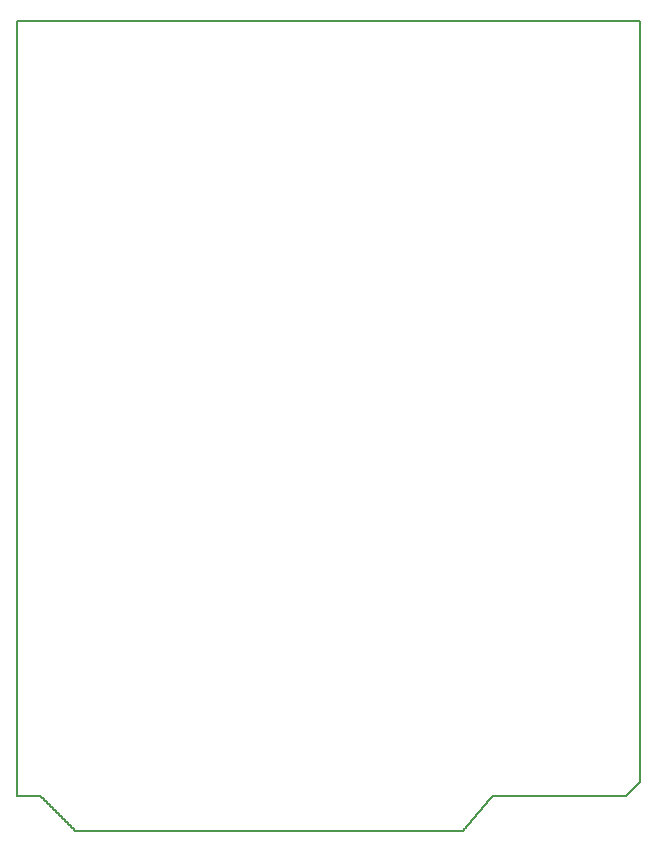
<source format=gm1>
G04 MADE WITH FRITZING*
G04 WWW.FRITZING.ORG*
G04 DOUBLE SIDED*
G04 HOLES PLATED*
G04 CONTOUR ON CENTER OF CONTOUR VECTOR*
%ASAXBY*%
%FSLAX23Y23*%
%MOIN*%
%OFA0B0*%
%SFA1.0B1.0*%
%ADD10C,0.008*%
%LNCONTOUR*%
G90*
G70*
G54D10*
X11Y2714D02*
X11Y2713D01*
X11Y129D01*
X12Y129D01*
X13Y129D01*
X14Y129D01*
X15Y129D01*
X16Y129D01*
X17Y129D01*
X18Y129D01*
X19Y129D01*
X20Y129D01*
X21Y129D01*
X22Y129D01*
X23Y129D01*
X24Y129D01*
X25Y129D01*
X26Y129D01*
X27Y129D01*
X28Y129D01*
X29Y129D01*
X30Y129D01*
X31Y129D01*
X32Y129D01*
X33Y129D01*
X34Y129D01*
X35Y129D01*
X36Y129D01*
X37Y129D01*
X38Y129D01*
X39Y129D01*
X40Y129D01*
X41Y129D01*
X42Y129D01*
X43Y129D01*
X44Y129D01*
X45Y129D01*
X46Y129D01*
X47Y129D01*
X48Y129D01*
X49Y129D01*
X50Y129D01*
X51Y129D01*
X52Y129D01*
X53Y129D01*
X54Y129D01*
X55Y129D01*
X56Y129D01*
X57Y129D01*
X58Y129D01*
X59Y129D01*
X60Y129D01*
X61Y129D01*
X62Y129D01*
X63Y129D01*
X64Y129D01*
X65Y129D01*
X66Y129D01*
X67Y129D01*
X68Y129D01*
X69Y129D01*
X70Y129D01*
X71Y129D01*
X72Y129D01*
X73Y129D01*
X74Y129D01*
X75Y129D01*
X76Y129D01*
X77Y129D01*
X78Y129D01*
X79Y129D01*
X80Y129D01*
X81Y129D01*
X82Y129D01*
X83Y129D01*
X84Y129D01*
X85Y129D01*
X86Y129D01*
X87Y129D01*
X88Y129D01*
X89Y129D01*
X90Y129D01*
X91Y129D01*
X92Y129D01*
X93Y128D01*
X94Y127D01*
X95Y126D01*
X96Y125D01*
X97Y124D01*
X98Y123D01*
X99Y122D01*
X100Y121D01*
X101Y120D01*
X102Y119D01*
X103Y118D01*
X104Y117D01*
X105Y116D01*
X106Y115D01*
X107Y114D01*
X108Y113D01*
X109Y112D01*
X110Y111D01*
X111Y110D01*
X112Y109D01*
X113Y108D01*
X114Y107D01*
X115Y106D01*
X116Y105D01*
X117Y104D01*
X118Y103D01*
X119Y102D01*
X120Y101D01*
X121Y100D01*
X122Y99D01*
X123Y98D01*
X124Y97D01*
X125Y96D01*
X126Y95D01*
X127Y94D01*
X128Y93D01*
X129Y92D01*
X130Y91D01*
X131Y90D01*
X132Y89D01*
X133Y88D01*
X134Y87D01*
X135Y86D01*
X136Y85D01*
X137Y84D01*
X138Y83D01*
X139Y82D01*
X140Y81D01*
X141Y80D01*
X142Y79D01*
X143Y78D01*
X144Y77D01*
X145Y76D01*
X146Y75D01*
X147Y74D01*
X148Y73D01*
X149Y72D01*
X150Y71D01*
X151Y70D01*
X152Y69D01*
X153Y68D01*
X154Y67D01*
X155Y66D01*
X156Y65D01*
X157Y64D01*
X158Y63D01*
X159Y62D01*
X160Y61D01*
X161Y60D01*
X162Y59D01*
X163Y58D01*
X164Y57D01*
X165Y56D01*
X166Y55D01*
X167Y54D01*
X168Y53D01*
X169Y52D01*
X170Y51D01*
X171Y50D01*
X172Y49D01*
X173Y48D01*
X174Y47D01*
X175Y46D01*
X176Y45D01*
X177Y44D01*
X178Y43D01*
X179Y42D01*
X180Y41D01*
X181Y40D01*
X182Y39D01*
X183Y38D01*
X184Y37D01*
X185Y36D01*
X186Y35D01*
X187Y34D01*
X188Y33D01*
X189Y32D01*
X190Y31D01*
X191Y30D01*
X192Y29D01*
X193Y28D01*
X194Y27D01*
X195Y26D01*
X196Y25D01*
X197Y24D01*
X198Y23D01*
X199Y22D01*
X200Y21D01*
X201Y20D01*
X202Y19D01*
X203Y18D01*
X204Y17D01*
X205Y16D01*
X206Y15D01*
X207Y14D01*
X208Y13D01*
X209Y12D01*
X210Y12D01*
X211Y12D01*
X212Y12D01*
X213Y12D01*
X214Y12D01*
X215Y12D01*
X216Y12D01*
X217Y12D01*
X218Y12D01*
X219Y12D01*
X220Y12D01*
X221Y12D01*
X222Y12D01*
X223Y12D01*
X224Y12D01*
X225Y12D01*
X226Y12D01*
X227Y12D01*
X228Y12D01*
X229Y12D01*
X230Y12D01*
X231Y12D01*
X232Y12D01*
X233Y12D01*
X234Y12D01*
X235Y12D01*
X236Y12D01*
X237Y12D01*
X238Y12D01*
X239Y12D01*
X240Y12D01*
X241Y12D01*
X242Y12D01*
X243Y12D01*
X244Y12D01*
X245Y12D01*
X246Y12D01*
X247Y12D01*
X248Y12D01*
X249Y12D01*
X250Y12D01*
X251Y12D01*
X252Y12D01*
X253Y12D01*
X254Y12D01*
X255Y12D01*
X256Y12D01*
X257Y12D01*
X258Y12D01*
X259Y12D01*
X260Y12D01*
X261Y12D01*
X262Y12D01*
X263Y12D01*
X264Y12D01*
X265Y12D01*
X266Y12D01*
X267Y12D01*
X268Y12D01*
X269Y12D01*
X270Y12D01*
X271Y12D01*
X272Y12D01*
X273Y12D01*
X274Y12D01*
X275Y12D01*
X276Y12D01*
X277Y12D01*
X278Y12D01*
X279Y12D01*
X280Y12D01*
X281Y12D01*
X282Y12D01*
X283Y12D01*
X284Y12D01*
X285Y12D01*
X286Y12D01*
X287Y12D01*
X288Y12D01*
X289Y12D01*
X290Y12D01*
X291Y12D01*
X292Y12D01*
X293Y12D01*
X294Y12D01*
X295Y12D01*
X296Y12D01*
X297Y12D01*
X298Y12D01*
X299Y12D01*
X300Y12D01*
X301Y12D01*
X302Y12D01*
X303Y12D01*
X304Y12D01*
X305Y12D01*
X306Y12D01*
X307Y12D01*
X308Y12D01*
X309Y12D01*
X310Y12D01*
X311Y12D01*
X312Y12D01*
X313Y12D01*
X314Y12D01*
X315Y12D01*
X316Y12D01*
X317Y12D01*
X318Y12D01*
X319Y12D01*
X320Y12D01*
X321Y12D01*
X322Y12D01*
X323Y12D01*
X324Y12D01*
X325Y12D01*
X326Y12D01*
X327Y12D01*
X328Y12D01*
X329Y12D01*
X330Y12D01*
X331Y12D01*
X332Y12D01*
X333Y12D01*
X334Y12D01*
X335Y12D01*
X336Y12D01*
X337Y12D01*
X338Y12D01*
X339Y12D01*
X340Y12D01*
X341Y12D01*
X342Y12D01*
X343Y12D01*
X344Y12D01*
X345Y12D01*
X346Y12D01*
X347Y12D01*
X348Y12D01*
X349Y12D01*
X350Y12D01*
X351Y12D01*
X352Y12D01*
X353Y12D01*
X354Y12D01*
X355Y12D01*
X356Y12D01*
X357Y12D01*
X358Y12D01*
X359Y12D01*
X360Y12D01*
X361Y12D01*
X362Y12D01*
X363Y12D01*
X364Y12D01*
X365Y12D01*
X366Y12D01*
X367Y12D01*
X368Y12D01*
X369Y12D01*
X370Y12D01*
X371Y12D01*
X372Y12D01*
X373Y12D01*
X374Y12D01*
X375Y12D01*
X376Y12D01*
X377Y12D01*
X378Y12D01*
X379Y12D01*
X380Y12D01*
X381Y12D01*
X382Y12D01*
X383Y12D01*
X384Y12D01*
X385Y12D01*
X386Y12D01*
X387Y12D01*
X388Y12D01*
X389Y12D01*
X390Y12D01*
X391Y12D01*
X392Y12D01*
X393Y12D01*
X394Y12D01*
X395Y12D01*
X396Y12D01*
X397Y12D01*
X398Y12D01*
X399Y12D01*
X400Y12D01*
X401Y12D01*
X402Y12D01*
X403Y12D01*
X404Y12D01*
X405Y12D01*
X406Y12D01*
X407Y12D01*
X408Y12D01*
X409Y12D01*
X410Y12D01*
X411Y12D01*
X412Y12D01*
X413Y12D01*
X414Y12D01*
X415Y12D01*
X416Y12D01*
X417Y12D01*
X418Y12D01*
X419Y12D01*
X420Y12D01*
X421Y12D01*
X422Y12D01*
X423Y12D01*
X424Y12D01*
X425Y12D01*
X426Y12D01*
X427Y12D01*
X428Y12D01*
X429Y12D01*
X430Y12D01*
X431Y12D01*
X432Y12D01*
X433Y12D01*
X434Y12D01*
X435Y12D01*
X436Y12D01*
X437Y12D01*
X438Y12D01*
X439Y12D01*
X440Y12D01*
X441Y12D01*
X442Y12D01*
X443Y12D01*
X444Y12D01*
X445Y12D01*
X446Y12D01*
X447Y12D01*
X448Y12D01*
X449Y12D01*
X450Y12D01*
X451Y12D01*
X452Y12D01*
X453Y12D01*
X454Y12D01*
X455Y12D01*
X456Y12D01*
X457Y12D01*
X458Y12D01*
X459Y12D01*
X460Y12D01*
X461Y12D01*
X462Y12D01*
X463Y12D01*
X464Y12D01*
X465Y12D01*
X466Y12D01*
X467Y12D01*
X468Y12D01*
X469Y12D01*
X470Y12D01*
X471Y12D01*
X472Y12D01*
X473Y12D01*
X474Y12D01*
X475Y12D01*
X476Y12D01*
X477Y12D01*
X478Y12D01*
X479Y12D01*
X480Y12D01*
X481Y12D01*
X482Y12D01*
X483Y12D01*
X484Y12D01*
X485Y12D01*
X486Y12D01*
X487Y12D01*
X488Y12D01*
X489Y12D01*
X490Y12D01*
X491Y12D01*
X492Y12D01*
X493Y12D01*
X494Y12D01*
X495Y12D01*
X496Y12D01*
X497Y12D01*
X498Y12D01*
X499Y12D01*
X500Y12D01*
X501Y12D01*
X502Y12D01*
X503Y12D01*
X504Y12D01*
X505Y12D01*
X506Y12D01*
X507Y12D01*
X508Y12D01*
X509Y12D01*
X510Y12D01*
X511Y12D01*
X512Y12D01*
X513Y12D01*
X514Y12D01*
X515Y12D01*
X516Y12D01*
X517Y12D01*
X518Y12D01*
X519Y12D01*
X520Y12D01*
X521Y12D01*
X522Y12D01*
X523Y12D01*
X524Y12D01*
X525Y12D01*
X526Y12D01*
X527Y12D01*
X528Y12D01*
X529Y12D01*
X530Y12D01*
X531Y12D01*
X532Y12D01*
X533Y12D01*
X534Y12D01*
X535Y12D01*
X536Y12D01*
X537Y12D01*
X538Y12D01*
X539Y12D01*
X540Y12D01*
X541Y12D01*
X542Y12D01*
X543Y12D01*
X544Y12D01*
X545Y12D01*
X546Y12D01*
X547Y12D01*
X548Y12D01*
X549Y12D01*
X550Y12D01*
X551Y12D01*
X552Y12D01*
X553Y12D01*
X554Y12D01*
X555Y12D01*
X556Y12D01*
X557Y12D01*
X558Y12D01*
X559Y12D01*
X560Y12D01*
X561Y12D01*
X562Y12D01*
X563Y12D01*
X564Y12D01*
X565Y12D01*
X566Y12D01*
X567Y12D01*
X568Y12D01*
X569Y12D01*
X570Y12D01*
X571Y12D01*
X572Y12D01*
X573Y12D01*
X574Y12D01*
X575Y12D01*
X576Y12D01*
X577Y12D01*
X578Y12D01*
X579Y12D01*
X580Y12D01*
X581Y12D01*
X582Y12D01*
X583Y12D01*
X584Y12D01*
X585Y12D01*
X586Y12D01*
X587Y12D01*
X588Y12D01*
X589Y12D01*
X590Y12D01*
X591Y12D01*
X592Y12D01*
X593Y12D01*
X594Y12D01*
X595Y12D01*
X596Y12D01*
X597Y12D01*
X598Y12D01*
X599Y12D01*
X600Y12D01*
X601Y12D01*
X602Y12D01*
X603Y12D01*
X604Y12D01*
X605Y12D01*
X606Y12D01*
X607Y12D01*
X608Y12D01*
X609Y12D01*
X610Y12D01*
X611Y12D01*
X612Y12D01*
X613Y12D01*
X614Y12D01*
X615Y12D01*
X616Y12D01*
X617Y12D01*
X618Y12D01*
X619Y12D01*
X620Y12D01*
X621Y12D01*
X622Y12D01*
X623Y12D01*
X624Y12D01*
X625Y12D01*
X626Y12D01*
X627Y12D01*
X628Y12D01*
X629Y12D01*
X630Y12D01*
X631Y12D01*
X632Y12D01*
X633Y12D01*
X634Y12D01*
X635Y12D01*
X636Y12D01*
X637Y12D01*
X638Y12D01*
X639Y12D01*
X640Y12D01*
X641Y12D01*
X642Y12D01*
X643Y12D01*
X644Y12D01*
X645Y12D01*
X646Y12D01*
X647Y12D01*
X648Y12D01*
X649Y12D01*
X650Y12D01*
X651Y12D01*
X652Y12D01*
X653Y12D01*
X654Y12D01*
X655Y12D01*
X656Y12D01*
X657Y12D01*
X658Y12D01*
X659Y12D01*
X660Y12D01*
X661Y12D01*
X662Y12D01*
X663Y12D01*
X664Y12D01*
X665Y12D01*
X666Y12D01*
X667Y12D01*
X668Y12D01*
X669Y12D01*
X670Y12D01*
X671Y12D01*
X672Y12D01*
X673Y12D01*
X674Y12D01*
X675Y12D01*
X676Y12D01*
X677Y12D01*
X678Y12D01*
X679Y12D01*
X680Y12D01*
X681Y12D01*
X682Y12D01*
X683Y12D01*
X684Y12D01*
X685Y12D01*
X686Y12D01*
X687Y12D01*
X688Y12D01*
X689Y12D01*
X690Y12D01*
X691Y12D01*
X692Y12D01*
X693Y12D01*
X694Y12D01*
X695Y12D01*
X696Y12D01*
X697Y12D01*
X698Y12D01*
X699Y12D01*
X700Y12D01*
X701Y12D01*
X702Y12D01*
X703Y12D01*
X704Y12D01*
X705Y12D01*
X706Y12D01*
X707Y12D01*
X708Y12D01*
X709Y12D01*
X710Y12D01*
X711Y12D01*
X712Y12D01*
X713Y12D01*
X714Y12D01*
X715Y12D01*
X716Y12D01*
X717Y12D01*
X718Y12D01*
X719Y12D01*
X720Y12D01*
X721Y12D01*
X722Y12D01*
X723Y12D01*
X724Y12D01*
X725Y12D01*
X726Y12D01*
X727Y12D01*
X728Y12D01*
X729Y12D01*
X730Y12D01*
X731Y12D01*
X732Y12D01*
X733Y12D01*
X734Y12D01*
X735Y12D01*
X736Y12D01*
X737Y12D01*
X738Y12D01*
X739Y12D01*
X740Y12D01*
X741Y12D01*
X742Y12D01*
X743Y12D01*
X744Y12D01*
X745Y12D01*
X746Y12D01*
X747Y12D01*
X748Y12D01*
X749Y12D01*
X750Y12D01*
X751Y12D01*
X752Y12D01*
X753Y12D01*
X754Y12D01*
X755Y12D01*
X756Y12D01*
X757Y12D01*
X758Y12D01*
X759Y12D01*
X760Y12D01*
X761Y12D01*
X762Y12D01*
X763Y12D01*
X764Y12D01*
X765Y12D01*
X766Y12D01*
X767Y12D01*
X768Y12D01*
X769Y12D01*
X770Y12D01*
X771Y12D01*
X772Y12D01*
X773Y12D01*
X774Y12D01*
X775Y12D01*
X776Y12D01*
X777Y12D01*
X778Y12D01*
X779Y12D01*
X780Y12D01*
X781Y12D01*
X782Y12D01*
X783Y12D01*
X784Y12D01*
X785Y12D01*
X786Y12D01*
X787Y12D01*
X788Y12D01*
X789Y12D01*
X790Y12D01*
X791Y12D01*
X792Y12D01*
X793Y12D01*
X794Y12D01*
X795Y12D01*
X796Y12D01*
X797Y12D01*
X798Y12D01*
X799Y12D01*
X800Y12D01*
X801Y12D01*
X802Y12D01*
X803Y12D01*
X804Y12D01*
X805Y12D01*
X806Y12D01*
X807Y12D01*
X808Y12D01*
X809Y12D01*
X810Y12D01*
X811Y12D01*
X812Y12D01*
X813Y12D01*
X814Y12D01*
X815Y12D01*
X816Y12D01*
X817Y12D01*
X818Y12D01*
X819Y12D01*
X820Y12D01*
X821Y12D01*
X822Y12D01*
X823Y12D01*
X824Y12D01*
X825Y12D01*
X826Y12D01*
X827Y12D01*
X828Y12D01*
X829Y12D01*
X830Y12D01*
X831Y12D01*
X832Y12D01*
X833Y12D01*
X834Y12D01*
X835Y12D01*
X836Y12D01*
X837Y12D01*
X838Y12D01*
X839Y12D01*
X840Y12D01*
X841Y12D01*
X842Y12D01*
X843Y12D01*
X844Y12D01*
X845Y12D01*
X846Y12D01*
X847Y12D01*
X848Y12D01*
X849Y12D01*
X850Y12D01*
X851Y12D01*
X852Y12D01*
X853Y12D01*
X854Y12D01*
X855Y12D01*
X856Y12D01*
X857Y12D01*
X858Y12D01*
X859Y12D01*
X860Y12D01*
X861Y12D01*
X862Y12D01*
X863Y12D01*
X864Y12D01*
X865Y12D01*
X866Y12D01*
X867Y12D01*
X868Y12D01*
X869Y12D01*
X870Y12D01*
X871Y12D01*
X872Y12D01*
X873Y12D01*
X874Y12D01*
X875Y12D01*
X876Y12D01*
X877Y12D01*
X878Y12D01*
X879Y12D01*
X880Y12D01*
X881Y12D01*
X882Y12D01*
X883Y12D01*
X884Y12D01*
X885Y12D01*
X886Y12D01*
X887Y12D01*
X888Y12D01*
X889Y12D01*
X890Y12D01*
X891Y12D01*
X892Y12D01*
X893Y12D01*
X894Y12D01*
X895Y12D01*
X896Y12D01*
X897Y12D01*
X898Y12D01*
X899Y12D01*
X900Y12D01*
X901Y12D01*
X902Y12D01*
X903Y12D01*
X904Y12D01*
X905Y12D01*
X906Y12D01*
X907Y12D01*
X908Y12D01*
X909Y12D01*
X910Y12D01*
X911Y12D01*
X912Y12D01*
X913Y12D01*
X914Y12D01*
X915Y12D01*
X916Y12D01*
X917Y12D01*
X918Y12D01*
X919Y12D01*
X920Y12D01*
X921Y12D01*
X922Y12D01*
X923Y12D01*
X924Y12D01*
X925Y12D01*
X926Y12D01*
X927Y12D01*
X928Y12D01*
X929Y12D01*
X930Y12D01*
X931Y12D01*
X932Y12D01*
X933Y12D01*
X934Y12D01*
X935Y12D01*
X936Y12D01*
X937Y12D01*
X938Y12D01*
X939Y12D01*
X940Y12D01*
X941Y12D01*
X942Y12D01*
X943Y12D01*
X944Y12D01*
X945Y12D01*
X946Y12D01*
X947Y12D01*
X948Y12D01*
X949Y12D01*
X950Y12D01*
X951Y12D01*
X952Y12D01*
X953Y12D01*
X954Y12D01*
X955Y12D01*
X956Y12D01*
X957Y12D01*
X958Y12D01*
X959Y12D01*
X960Y12D01*
X961Y12D01*
X962Y12D01*
X963Y12D01*
X964Y12D01*
X965Y12D01*
X966Y12D01*
X967Y12D01*
X968Y12D01*
X969Y12D01*
X970Y12D01*
X971Y12D01*
X972Y12D01*
X973Y12D01*
X974Y12D01*
X975Y12D01*
X976Y12D01*
X977Y12D01*
X978Y12D01*
X979Y12D01*
X980Y12D01*
X981Y12D01*
X982Y12D01*
X983Y12D01*
X984Y12D01*
X985Y12D01*
X986Y12D01*
X987Y12D01*
X988Y12D01*
X989Y12D01*
X990Y12D01*
X991Y12D01*
X992Y12D01*
X993Y12D01*
X994Y12D01*
X995Y12D01*
X996Y12D01*
X997Y12D01*
X998Y12D01*
X999Y12D01*
X1000Y12D01*
X1001Y12D01*
X1002Y12D01*
X1003Y12D01*
X1004Y12D01*
X1005Y12D01*
X1006Y12D01*
X1007Y12D01*
X1008Y12D01*
X1009Y12D01*
X1010Y12D01*
X1011Y12D01*
X1012Y12D01*
X1013Y12D01*
X1014Y12D01*
X1015Y12D01*
X1016Y12D01*
X1017Y12D01*
X1018Y12D01*
X1019Y12D01*
X1020Y12D01*
X1021Y12D01*
X1022Y12D01*
X1023Y12D01*
X1024Y12D01*
X1025Y12D01*
X1026Y12D01*
X1027Y12D01*
X1028Y12D01*
X1029Y12D01*
X1030Y12D01*
X1031Y12D01*
X1032Y12D01*
X1033Y12D01*
X1034Y12D01*
X1035Y12D01*
X1036Y12D01*
X1037Y12D01*
X1038Y12D01*
X1039Y12D01*
X1040Y12D01*
X1041Y12D01*
X1042Y12D01*
X1043Y12D01*
X1044Y12D01*
X1045Y12D01*
X1046Y12D01*
X1047Y12D01*
X1048Y12D01*
X1049Y12D01*
X1050Y12D01*
X1051Y12D01*
X1052Y12D01*
X1053Y12D01*
X1054Y12D01*
X1055Y12D01*
X1056Y12D01*
X1057Y12D01*
X1058Y12D01*
X1059Y12D01*
X1060Y12D01*
X1061Y12D01*
X1062Y12D01*
X1063Y12D01*
X1064Y12D01*
X1065Y12D01*
X1066Y12D01*
X1067Y12D01*
X1068Y12D01*
X1069Y12D01*
X1070Y12D01*
X1071Y12D01*
X1072Y12D01*
X1073Y12D01*
X1074Y12D01*
X1075Y12D01*
X1076Y12D01*
X1077Y12D01*
X1078Y12D01*
X1079Y12D01*
X1080Y12D01*
X1081Y12D01*
X1082Y12D01*
X1083Y12D01*
X1084Y12D01*
X1085Y12D01*
X1086Y12D01*
X1087Y12D01*
X1088Y12D01*
X1089Y12D01*
X1090Y12D01*
X1091Y12D01*
X1092Y12D01*
X1093Y12D01*
X1094Y12D01*
X1095Y12D01*
X1096Y12D01*
X1097Y12D01*
X1098Y12D01*
X1099Y12D01*
X1100Y12D01*
X1101Y12D01*
X1102Y12D01*
X1103Y12D01*
X1104Y12D01*
X1105Y12D01*
X1106Y12D01*
X1107Y12D01*
X1108Y12D01*
X1109Y12D01*
X1110Y12D01*
X1111Y12D01*
X1112Y12D01*
X1113Y12D01*
X1114Y12D01*
X1115Y12D01*
X1116Y12D01*
X1117Y12D01*
X1118Y12D01*
X1119Y12D01*
X1120Y12D01*
X1121Y12D01*
X1122Y12D01*
X1123Y12D01*
X1124Y12D01*
X1125Y12D01*
X1126Y12D01*
X1127Y12D01*
X1128Y12D01*
X1129Y12D01*
X1130Y12D01*
X1131Y12D01*
X1132Y12D01*
X1133Y12D01*
X1134Y12D01*
X1135Y12D01*
X1136Y12D01*
X1137Y12D01*
X1138Y12D01*
X1139Y12D01*
X1140Y12D01*
X1141Y12D01*
X1142Y12D01*
X1143Y12D01*
X1144Y12D01*
X1145Y12D01*
X1146Y12D01*
X1147Y12D01*
X1148Y12D01*
X1149Y12D01*
X1150Y12D01*
X1151Y12D01*
X1152Y12D01*
X1153Y12D01*
X1154Y12D01*
X1155Y12D01*
X1156Y12D01*
X1157Y12D01*
X1158Y12D01*
X1159Y12D01*
X1160Y12D01*
X1161Y12D01*
X1162Y12D01*
X1163Y12D01*
X1164Y12D01*
X1165Y12D01*
X1166Y12D01*
X1167Y12D01*
X1168Y12D01*
X1169Y12D01*
X1170Y12D01*
X1171Y12D01*
X1172Y12D01*
X1173Y12D01*
X1174Y12D01*
X1175Y12D01*
X1176Y12D01*
X1177Y12D01*
X1178Y12D01*
X1179Y12D01*
X1180Y12D01*
X1181Y12D01*
X1182Y12D01*
X1183Y12D01*
X1184Y12D01*
X1185Y12D01*
X1186Y12D01*
X1187Y12D01*
X1188Y12D01*
X1189Y12D01*
X1190Y12D01*
X1191Y12D01*
X1192Y12D01*
X1193Y12D01*
X1194Y12D01*
X1195Y12D01*
X1196Y12D01*
X1197Y12D01*
X1198Y12D01*
X1199Y12D01*
X1200Y12D01*
X1201Y12D01*
X1202Y12D01*
X1203Y12D01*
X1204Y12D01*
X1205Y12D01*
X1206Y12D01*
X1207Y12D01*
X1208Y12D01*
X1209Y12D01*
X1210Y12D01*
X1211Y12D01*
X1212Y12D01*
X1213Y12D01*
X1214Y12D01*
X1215Y12D01*
X1216Y12D01*
X1217Y12D01*
X1218Y12D01*
X1219Y12D01*
X1220Y12D01*
X1221Y12D01*
X1222Y12D01*
X1223Y12D01*
X1224Y12D01*
X1225Y12D01*
X1226Y12D01*
X1227Y12D01*
X1228Y12D01*
X1229Y12D01*
X1230Y12D01*
X1231Y12D01*
X1232Y12D01*
X1233Y12D01*
X1234Y12D01*
X1235Y12D01*
X1236Y12D01*
X1237Y12D01*
X1238Y12D01*
X1239Y12D01*
X1240Y12D01*
X1241Y12D01*
X1242Y12D01*
X1243Y12D01*
X1244Y12D01*
X1245Y12D01*
X1246Y12D01*
X1247Y12D01*
X1248Y12D01*
X1249Y12D01*
X1250Y12D01*
X1251Y12D01*
X1252Y12D01*
X1253Y12D01*
X1254Y12D01*
X1255Y12D01*
X1256Y12D01*
X1257Y12D01*
X1258Y12D01*
X1259Y12D01*
X1260Y12D01*
X1261Y12D01*
X1262Y12D01*
X1263Y12D01*
X1264Y12D01*
X1265Y12D01*
X1266Y12D01*
X1267Y12D01*
X1268Y12D01*
X1269Y12D01*
X1270Y12D01*
X1271Y12D01*
X1272Y12D01*
X1273Y12D01*
X1274Y12D01*
X1275Y12D01*
X1276Y12D01*
X1277Y12D01*
X1278Y12D01*
X1279Y12D01*
X1280Y12D01*
X1281Y12D01*
X1282Y12D01*
X1283Y12D01*
X1284Y12D01*
X1285Y12D01*
X1286Y12D01*
X1287Y12D01*
X1288Y12D01*
X1289Y12D01*
X1290Y12D01*
X1291Y12D01*
X1292Y12D01*
X1293Y12D01*
X1294Y12D01*
X1295Y12D01*
X1296Y12D01*
X1297Y12D01*
X1298Y12D01*
X1299Y12D01*
X1300Y12D01*
X1301Y12D01*
X1302Y12D01*
X1303Y12D01*
X1304Y12D01*
X1305Y12D01*
X1306Y12D01*
X1307Y12D01*
X1308Y12D01*
X1309Y12D01*
X1310Y12D01*
X1311Y12D01*
X1312Y12D01*
X1313Y12D01*
X1314Y12D01*
X1315Y12D01*
X1316Y12D01*
X1317Y12D01*
X1318Y12D01*
X1319Y12D01*
X1320Y12D01*
X1321Y12D01*
X1322Y12D01*
X1323Y12D01*
X1324Y12D01*
X1325Y12D01*
X1326Y12D01*
X1327Y12D01*
X1328Y12D01*
X1329Y12D01*
X1330Y12D01*
X1331Y12D01*
X1332Y12D01*
X1333Y12D01*
X1334Y12D01*
X1335Y12D01*
X1336Y12D01*
X1337Y12D01*
X1338Y12D01*
X1339Y12D01*
X1340Y12D01*
X1341Y12D01*
X1342Y12D01*
X1343Y12D01*
X1344Y12D01*
X1345Y12D01*
X1346Y12D01*
X1347Y12D01*
X1348Y12D01*
X1349Y12D01*
X1350Y12D01*
X1351Y12D01*
X1352Y12D01*
X1353Y12D01*
X1354Y12D01*
X1355Y12D01*
X1356Y12D01*
X1357Y12D01*
X1358Y12D01*
X1359Y12D01*
X1360Y12D01*
X1361Y12D01*
X1362Y12D01*
X1363Y12D01*
X1364Y12D01*
X1365Y12D01*
X1366Y12D01*
X1367Y12D01*
X1368Y12D01*
X1369Y12D01*
X1370Y12D01*
X1371Y12D01*
X1372Y12D01*
X1373Y12D01*
X1374Y12D01*
X1375Y12D01*
X1376Y12D01*
X1377Y12D01*
X1378Y12D01*
X1379Y12D01*
X1380Y12D01*
X1381Y12D01*
X1382Y12D01*
X1383Y12D01*
X1384Y12D01*
X1385Y12D01*
X1386Y12D01*
X1387Y12D01*
X1388Y12D01*
X1389Y12D01*
X1390Y12D01*
X1391Y12D01*
X1392Y12D01*
X1393Y12D01*
X1394Y12D01*
X1395Y12D01*
X1396Y12D01*
X1397Y12D01*
X1398Y12D01*
X1399Y12D01*
X1400Y12D01*
X1401Y12D01*
X1402Y12D01*
X1403Y12D01*
X1404Y12D01*
X1405Y12D01*
X1406Y12D01*
X1407Y12D01*
X1408Y12D01*
X1409Y12D01*
X1410Y12D01*
X1411Y12D01*
X1412Y12D01*
X1413Y12D01*
X1414Y12D01*
X1415Y12D01*
X1416Y12D01*
X1417Y12D01*
X1418Y12D01*
X1419Y12D01*
X1420Y12D01*
X1421Y12D01*
X1422Y12D01*
X1423Y12D01*
X1424Y12D01*
X1425Y12D01*
X1426Y12D01*
X1427Y12D01*
X1428Y12D01*
X1429Y12D01*
X1430Y12D01*
X1431Y12D01*
X1432Y12D01*
X1433Y12D01*
X1434Y12D01*
X1435Y12D01*
X1436Y12D01*
X1437Y12D01*
X1438Y12D01*
X1439Y12D01*
X1440Y12D01*
X1441Y12D01*
X1442Y12D01*
X1443Y12D01*
X1444Y12D01*
X1445Y12D01*
X1446Y12D01*
X1447Y12D01*
X1448Y12D01*
X1449Y12D01*
X1450Y12D01*
X1451Y12D01*
X1452Y12D01*
X1453Y12D01*
X1454Y12D01*
X1455Y12D01*
X1456Y12D01*
X1457Y12D01*
X1458Y12D01*
X1459Y12D01*
X1460Y12D01*
X1461Y12D01*
X1462Y12D01*
X1463Y12D01*
X1464Y12D01*
X1465Y12D01*
X1466Y12D01*
X1467Y12D01*
X1468Y12D01*
X1469Y12D01*
X1470Y12D01*
X1471Y12D01*
X1472Y12D01*
X1473Y12D01*
X1474Y12D01*
X1475Y12D01*
X1476Y12D01*
X1477Y12D01*
X1478Y12D01*
X1479Y12D01*
X1480Y12D01*
X1481Y12D01*
X1482Y12D01*
X1483Y12D01*
X1484Y12D01*
X1485Y12D01*
X1486Y12D01*
X1487Y12D01*
X1488Y12D01*
X1489Y12D01*
X1490Y12D01*
X1491Y12D01*
X1492Y12D01*
X1493Y12D01*
X1494Y12D01*
X1495Y12D01*
X1496Y12D01*
X1496Y13D01*
X1497Y14D01*
X1498Y15D01*
X1499Y16D01*
X1500Y17D01*
X1501Y18D01*
X1502Y19D01*
X1502Y20D01*
X1503Y21D01*
X1504Y22D01*
X1505Y23D01*
X1506Y24D01*
X1507Y25D01*
X1507Y26D01*
X1508Y27D01*
X1509Y28D01*
X1510Y29D01*
X1511Y30D01*
X1512Y31D01*
X1513Y32D01*
X1513Y33D01*
X1514Y34D01*
X1515Y35D01*
X1516Y36D01*
X1517Y37D01*
X1518Y38D01*
X1518Y39D01*
X1519Y40D01*
X1520Y41D01*
X1521Y42D01*
X1522Y43D01*
X1523Y44D01*
X1524Y45D01*
X1524Y46D01*
X1525Y47D01*
X1526Y48D01*
X1527Y49D01*
X1528Y50D01*
X1529Y51D01*
X1529Y52D01*
X1530Y53D01*
X1531Y54D01*
X1532Y55D01*
X1533Y56D01*
X1534Y57D01*
X1534Y58D01*
X1535Y59D01*
X1536Y60D01*
X1537Y61D01*
X1538Y62D01*
X1539Y63D01*
X1540Y64D01*
X1540Y65D01*
X1541Y66D01*
X1542Y67D01*
X1543Y68D01*
X1544Y69D01*
X1545Y70D01*
X1545Y71D01*
X1546Y72D01*
X1547Y73D01*
X1548Y74D01*
X1549Y75D01*
X1550Y76D01*
X1551Y77D01*
X1551Y78D01*
X1552Y79D01*
X1553Y80D01*
X1554Y81D01*
X1555Y82D01*
X1556Y83D01*
X1556Y84D01*
X1557Y85D01*
X1558Y86D01*
X1559Y87D01*
X1560Y88D01*
X1561Y89D01*
X1562Y90D01*
X1562Y91D01*
X1563Y92D01*
X1564Y93D01*
X1565Y94D01*
X1566Y95D01*
X1567Y96D01*
X1567Y97D01*
X1568Y98D01*
X1569Y99D01*
X1570Y100D01*
X1571Y101D01*
X1572Y102D01*
X1573Y103D01*
X1573Y104D01*
X1574Y105D01*
X1575Y106D01*
X1576Y107D01*
X1577Y108D01*
X1578Y109D01*
X1578Y110D01*
X1579Y111D01*
X1580Y112D01*
X1581Y113D01*
X1582Y114D01*
X1583Y115D01*
X1584Y116D01*
X1584Y117D01*
X1585Y118D01*
X1586Y119D01*
X1587Y120D01*
X1588Y121D01*
X1589Y122D01*
X1589Y123D01*
X1590Y124D01*
X1591Y125D01*
X1592Y126D01*
X1593Y127D01*
X1594Y128D01*
X1595Y129D01*
X1596Y129D01*
X1597Y129D01*
X1598Y129D01*
X1599Y129D01*
X1600Y129D01*
X1601Y129D01*
X1602Y129D01*
X1603Y129D01*
X1604Y129D01*
X1605Y129D01*
X1606Y129D01*
X1607Y129D01*
X1608Y129D01*
X1609Y129D01*
X1610Y129D01*
X1611Y129D01*
X1612Y129D01*
X1613Y129D01*
X1614Y129D01*
X1615Y129D01*
X1616Y129D01*
X1617Y129D01*
X1618Y129D01*
X1619Y129D01*
X1620Y129D01*
X1621Y129D01*
X1622Y129D01*
X1623Y129D01*
X1624Y129D01*
X1625Y129D01*
X1626Y129D01*
X1627Y129D01*
X1628Y129D01*
X1629Y129D01*
X1630Y129D01*
X1631Y129D01*
X1632Y129D01*
X1633Y129D01*
X1634Y129D01*
X1635Y129D01*
X1636Y129D01*
X1637Y129D01*
X1638Y129D01*
X1639Y129D01*
X1640Y129D01*
X1641Y129D01*
X1642Y129D01*
X1643Y129D01*
X1644Y129D01*
X1645Y129D01*
X1646Y129D01*
X1647Y129D01*
X1648Y129D01*
X1649Y129D01*
X1650Y129D01*
X1651Y129D01*
X1652Y129D01*
X1653Y129D01*
X1654Y129D01*
X1655Y129D01*
X1656Y129D01*
X1657Y129D01*
X1658Y129D01*
X1659Y129D01*
X1660Y129D01*
X1661Y129D01*
X1662Y129D01*
X1663Y129D01*
X1664Y129D01*
X1665Y129D01*
X1666Y129D01*
X1667Y129D01*
X1668Y129D01*
X1669Y129D01*
X1670Y129D01*
X1671Y129D01*
X1672Y129D01*
X1673Y129D01*
X1674Y129D01*
X1675Y129D01*
X1676Y129D01*
X1677Y129D01*
X1678Y129D01*
X1679Y129D01*
X1680Y129D01*
X1681Y129D01*
X1682Y129D01*
X1683Y129D01*
X1684Y129D01*
X1685Y129D01*
X1686Y129D01*
X1687Y129D01*
X1688Y129D01*
X1689Y129D01*
X1690Y129D01*
X1691Y129D01*
X1692Y129D01*
X1693Y129D01*
X1694Y129D01*
X1695Y129D01*
X1696Y129D01*
X1697Y129D01*
X1698Y129D01*
X1699Y129D01*
X1700Y129D01*
X1701Y129D01*
X1702Y129D01*
X1703Y129D01*
X1704Y129D01*
X1705Y129D01*
X1706Y129D01*
X1707Y129D01*
X1708Y129D01*
X1709Y129D01*
X1710Y129D01*
X1711Y129D01*
X1712Y129D01*
X1713Y129D01*
X1714Y129D01*
X1715Y129D01*
X1716Y129D01*
X1717Y129D01*
X1718Y129D01*
X1719Y129D01*
X1720Y129D01*
X1721Y129D01*
X1722Y129D01*
X1723Y129D01*
X1724Y129D01*
X1725Y129D01*
X1726Y129D01*
X1727Y129D01*
X1728Y129D01*
X1729Y129D01*
X1730Y129D01*
X1731Y129D01*
X1732Y129D01*
X1733Y129D01*
X1734Y129D01*
X1735Y129D01*
X1736Y129D01*
X1737Y129D01*
X1738Y129D01*
X1739Y129D01*
X1740Y129D01*
X1741Y129D01*
X1742Y129D01*
X1743Y129D01*
X1744Y129D01*
X1745Y129D01*
X1746Y129D01*
X1747Y129D01*
X1748Y129D01*
X1749Y129D01*
X1750Y129D01*
X1751Y129D01*
X1752Y129D01*
X1753Y129D01*
X1754Y129D01*
X1755Y129D01*
X1756Y129D01*
X1757Y129D01*
X1758Y129D01*
X1759Y129D01*
X1760Y129D01*
X1761Y129D01*
X1762Y129D01*
X1763Y129D01*
X1764Y129D01*
X1765Y129D01*
X1766Y129D01*
X1767Y129D01*
X1768Y129D01*
X1769Y129D01*
X1770Y129D01*
X1771Y129D01*
X1772Y129D01*
X1773Y129D01*
X1774Y129D01*
X1775Y129D01*
X1776Y129D01*
X1777Y129D01*
X1778Y129D01*
X1779Y129D01*
X1780Y129D01*
X1781Y129D01*
X1782Y129D01*
X1783Y129D01*
X1784Y129D01*
X1785Y129D01*
X1786Y129D01*
X1787Y129D01*
X1788Y129D01*
X1789Y129D01*
X1790Y129D01*
X1791Y129D01*
X1792Y129D01*
X1793Y129D01*
X1794Y129D01*
X1795Y129D01*
X1796Y129D01*
X1797Y129D01*
X1798Y129D01*
X1799Y129D01*
X1800Y129D01*
X1801Y129D01*
X1802Y129D01*
X1803Y129D01*
X1804Y129D01*
X1805Y129D01*
X1806Y129D01*
X1807Y129D01*
X1808Y129D01*
X1809Y129D01*
X1810Y129D01*
X1811Y129D01*
X1812Y129D01*
X1813Y129D01*
X1814Y129D01*
X1815Y129D01*
X1816Y129D01*
X1817Y129D01*
X1818Y129D01*
X1819Y129D01*
X1820Y129D01*
X1821Y129D01*
X1822Y129D01*
X1823Y129D01*
X1824Y129D01*
X1825Y129D01*
X1826Y129D01*
X1827Y129D01*
X1828Y129D01*
X1829Y129D01*
X1830Y129D01*
X1831Y129D01*
X1832Y129D01*
X1833Y129D01*
X1834Y129D01*
X1835Y129D01*
X1836Y129D01*
X1837Y129D01*
X1838Y129D01*
X1839Y129D01*
X1840Y129D01*
X1841Y129D01*
X1842Y129D01*
X1843Y129D01*
X1844Y129D01*
X1845Y129D01*
X1846Y129D01*
X1847Y129D01*
X1848Y129D01*
X1849Y129D01*
X1850Y129D01*
X1851Y129D01*
X1852Y129D01*
X1853Y129D01*
X1854Y129D01*
X1855Y129D01*
X1856Y129D01*
X1857Y129D01*
X1858Y129D01*
X1859Y129D01*
X1860Y129D01*
X1861Y129D01*
X1862Y129D01*
X1863Y129D01*
X1864Y129D01*
X1865Y129D01*
X1866Y129D01*
X1867Y129D01*
X1868Y129D01*
X1869Y129D01*
X1870Y129D01*
X1871Y129D01*
X1872Y129D01*
X1873Y129D01*
X1874Y129D01*
X1875Y129D01*
X1876Y129D01*
X1877Y129D01*
X1878Y129D01*
X1879Y129D01*
X1880Y129D01*
X1881Y129D01*
X1882Y129D01*
X1883Y129D01*
X1884Y129D01*
X1885Y129D01*
X1886Y129D01*
X1887Y129D01*
X1888Y129D01*
X1889Y129D01*
X1890Y129D01*
X1891Y129D01*
X1892Y129D01*
X1893Y129D01*
X1894Y129D01*
X1895Y129D01*
X1896Y129D01*
X1897Y129D01*
X1898Y129D01*
X1899Y129D01*
X1900Y129D01*
X1901Y129D01*
X1902Y129D01*
X1903Y129D01*
X1904Y129D01*
X1905Y129D01*
X1906Y129D01*
X1907Y129D01*
X1908Y129D01*
X1909Y129D01*
X1910Y129D01*
X1911Y129D01*
X1912Y129D01*
X1913Y129D01*
X1914Y129D01*
X1915Y129D01*
X1916Y129D01*
X1917Y129D01*
X1918Y129D01*
X1919Y129D01*
X1920Y129D01*
X1921Y129D01*
X1922Y129D01*
X1923Y129D01*
X1924Y129D01*
X1925Y129D01*
X1926Y129D01*
X1927Y129D01*
X1928Y129D01*
X1929Y129D01*
X1930Y129D01*
X1931Y129D01*
X1932Y129D01*
X1933Y129D01*
X1934Y129D01*
X1935Y129D01*
X1936Y129D01*
X1937Y129D01*
X1938Y129D01*
X1939Y129D01*
X1940Y129D01*
X1941Y129D01*
X1942Y129D01*
X1943Y129D01*
X1944Y129D01*
X1945Y129D01*
X1946Y129D01*
X1947Y129D01*
X1948Y129D01*
X1949Y129D01*
X1950Y129D01*
X1951Y129D01*
X1952Y129D01*
X1953Y129D01*
X1954Y129D01*
X1955Y129D01*
X1956Y129D01*
X1957Y129D01*
X1958Y129D01*
X1959Y129D01*
X1960Y129D01*
X1961Y129D01*
X1962Y129D01*
X1963Y129D01*
X1964Y129D01*
X1965Y129D01*
X1966Y129D01*
X1967Y129D01*
X1968Y129D01*
X1969Y129D01*
X1970Y129D01*
X1971Y129D01*
X1972Y129D01*
X1973Y129D01*
X1974Y129D01*
X1975Y129D01*
X1976Y129D01*
X1977Y129D01*
X1978Y129D01*
X1979Y129D01*
X1980Y129D01*
X1981Y129D01*
X1982Y129D01*
X1983Y129D01*
X1984Y129D01*
X1985Y129D01*
X1986Y129D01*
X1987Y129D01*
X1988Y129D01*
X1989Y129D01*
X1990Y129D01*
X1991Y129D01*
X1992Y129D01*
X1993Y129D01*
X1994Y129D01*
X1995Y129D01*
X1996Y129D01*
X1997Y129D01*
X1998Y129D01*
X1999Y129D01*
X2000Y129D01*
X2001Y129D01*
X2002Y129D01*
X2003Y129D01*
X2004Y129D01*
X2005Y129D01*
X2006Y129D01*
X2007Y129D01*
X2008Y129D01*
X2009Y129D01*
X2010Y129D01*
X2011Y129D01*
X2012Y129D01*
X2013Y129D01*
X2014Y129D01*
X2015Y129D01*
X2016Y129D01*
X2017Y129D01*
X2018Y129D01*
X2019Y129D01*
X2020Y129D01*
X2021Y129D01*
X2022Y129D01*
X2023Y129D01*
X2024Y129D01*
X2025Y129D01*
X2026Y129D01*
X2027Y129D01*
X2028Y129D01*
X2029Y129D01*
X2030Y129D01*
X2031Y129D01*
X2032Y129D01*
X2033Y129D01*
X2034Y129D01*
X2035Y129D01*
X2036Y129D01*
X2037Y129D01*
X2038Y129D01*
X2039Y129D01*
X2040Y130D01*
X2041Y131D01*
X2042Y132D01*
X2043Y133D01*
X2044Y134D01*
X2045Y135D01*
X2046Y136D01*
X2047Y137D01*
X2048Y138D01*
X2049Y139D01*
X2050Y140D01*
X2051Y141D01*
X2052Y142D01*
X2053Y143D01*
X2054Y144D01*
X2055Y145D01*
X2056Y146D01*
X2057Y147D01*
X2058Y148D01*
X2059Y149D01*
X2060Y150D01*
X2061Y151D01*
X2062Y152D01*
X2063Y153D01*
X2064Y154D01*
X2065Y155D01*
X2066Y156D01*
X2067Y157D01*
X2068Y158D01*
X2069Y159D01*
X2070Y160D01*
X2071Y161D01*
X2072Y162D01*
X2073Y163D01*
X2074Y164D01*
X2075Y165D01*
X2076Y166D01*
X2077Y167D01*
X2078Y168D01*
X2079Y169D01*
X2080Y170D01*
X2081Y171D01*
X2082Y172D01*
X2083Y173D01*
X2084Y174D01*
X2085Y175D01*
X2086Y176D01*
X2087Y177D01*
X2088Y178D01*
X2089Y179D01*
X2089Y2714D01*
X2088Y2714D01*
X2087Y2714D01*
X2086Y2714D01*
X2085Y2714D01*
X2084Y2714D01*
X2083Y2714D01*
X2082Y2714D01*
X2081Y2714D01*
X2080Y2714D01*
X2079Y2714D01*
X2078Y2714D01*
X2077Y2714D01*
X2076Y2714D01*
X2075Y2714D01*
X2074Y2714D01*
X2073Y2714D01*
X2072Y2714D01*
X2071Y2714D01*
X2070Y2714D01*
X2069Y2714D01*
X2068Y2714D01*
X2067Y2714D01*
X2066Y2714D01*
X2065Y2714D01*
X2064Y2714D01*
X2063Y2714D01*
X2062Y2714D01*
X2061Y2714D01*
X2060Y2714D01*
X2059Y2714D01*
X2058Y2714D01*
X2057Y2714D01*
X2056Y2714D01*
X2055Y2714D01*
X2054Y2714D01*
X2053Y2714D01*
X2052Y2714D01*
X2051Y2714D01*
X2050Y2714D01*
X2049Y2714D01*
X2048Y2714D01*
X2047Y2714D01*
X2046Y2714D01*
X2045Y2714D01*
X2044Y2714D01*
X2043Y2714D01*
X2042Y2714D01*
X2041Y2714D01*
X2040Y2714D01*
X2039Y2714D01*
X2038Y2714D01*
X2037Y2714D01*
X2036Y2714D01*
X2035Y2714D01*
X2034Y2714D01*
X2033Y2714D01*
X2032Y2714D01*
X2031Y2714D01*
X2030Y2714D01*
X2029Y2714D01*
X2028Y2714D01*
X2027Y2714D01*
X2026Y2714D01*
X2025Y2714D01*
X2024Y2714D01*
X2023Y2714D01*
X2022Y2714D01*
X2021Y2714D01*
X2020Y2714D01*
X2019Y2714D01*
X2018Y2714D01*
X2017Y2714D01*
X2016Y2714D01*
X2015Y2714D01*
X2014Y2714D01*
X2013Y2714D01*
X2012Y2714D01*
X2011Y2714D01*
X2010Y2714D01*
X2009Y2714D01*
X2008Y2714D01*
X2007Y2714D01*
X2006Y2714D01*
X2005Y2714D01*
X2004Y2714D01*
X2003Y2714D01*
X2002Y2714D01*
X2001Y2714D01*
X2000Y2714D01*
X1999Y2714D01*
X1998Y2714D01*
X1997Y2714D01*
X1996Y2714D01*
X1995Y2714D01*
X1994Y2714D01*
X1993Y2714D01*
X1992Y2714D01*
X1991Y2714D01*
X1990Y2714D01*
X1989Y2714D01*
X1988Y2714D01*
X1987Y2714D01*
X1986Y2714D01*
X1985Y2714D01*
X1984Y2714D01*
X1983Y2714D01*
X1982Y2714D01*
X1981Y2714D01*
X1980Y2714D01*
X1979Y2714D01*
X1978Y2714D01*
X1977Y2714D01*
X1976Y2714D01*
X1975Y2714D01*
X1974Y2714D01*
X1973Y2714D01*
X1972Y2714D01*
X1971Y2714D01*
X1970Y2714D01*
X1969Y2714D01*
X1968Y2714D01*
X1967Y2714D01*
X1966Y2714D01*
X1965Y2714D01*
X1964Y2714D01*
X1963Y2714D01*
X1962Y2714D01*
X1961Y2714D01*
X1960Y2714D01*
X1959Y2714D01*
X1958Y2714D01*
X1957Y2714D01*
X1956Y2714D01*
X1955Y2714D01*
X1954Y2714D01*
X1953Y2714D01*
X1952Y2714D01*
X1951Y2714D01*
X1950Y2714D01*
X1949Y2714D01*
X1948Y2714D01*
X1947Y2714D01*
X1946Y2714D01*
X1945Y2714D01*
X1944Y2714D01*
X1943Y2714D01*
X1942Y2714D01*
X1941Y2714D01*
X1940Y2714D01*
X1939Y2714D01*
X1938Y2714D01*
X1937Y2714D01*
X1936Y2714D01*
X1935Y2714D01*
X1934Y2714D01*
X1933Y2714D01*
X1932Y2714D01*
X1931Y2714D01*
X1930Y2714D01*
X1929Y2714D01*
X1928Y2714D01*
X1927Y2714D01*
X1926Y2714D01*
X1925Y2714D01*
X1924Y2714D01*
X1923Y2714D01*
X1922Y2714D01*
X1921Y2714D01*
X1920Y2714D01*
X1919Y2714D01*
X1918Y2714D01*
X1917Y2714D01*
X1916Y2714D01*
X1915Y2714D01*
X1914Y2714D01*
X1913Y2714D01*
X1912Y2714D01*
X1911Y2714D01*
X1910Y2714D01*
X1909Y2714D01*
X1908Y2714D01*
X1907Y2714D01*
X1906Y2714D01*
X1905Y2714D01*
X1904Y2714D01*
X1903Y2714D01*
X1902Y2714D01*
X1901Y2714D01*
X1900Y2714D01*
X1899Y2714D01*
X1898Y2714D01*
X1897Y2714D01*
X1896Y2714D01*
X1895Y2714D01*
X1894Y2714D01*
X1893Y2714D01*
X1892Y2714D01*
X1891Y2714D01*
X1890Y2714D01*
X1889Y2714D01*
X1888Y2714D01*
X1887Y2714D01*
X1886Y2714D01*
X1885Y2714D01*
X1884Y2714D01*
X1883Y2714D01*
X1882Y2714D01*
X1881Y2714D01*
X1880Y2714D01*
X1879Y2714D01*
X1878Y2714D01*
X1877Y2714D01*
X1876Y2714D01*
X1875Y2714D01*
X1874Y2714D01*
X1873Y2714D01*
X1872Y2714D01*
X1871Y2714D01*
X1870Y2714D01*
X1869Y2714D01*
X1868Y2714D01*
X1867Y2714D01*
X1866Y2714D01*
X1865Y2714D01*
X1864Y2714D01*
X1863Y2714D01*
X1862Y2714D01*
X1861Y2714D01*
X1860Y2714D01*
X1859Y2714D01*
X1858Y2714D01*
X1857Y2714D01*
X1856Y2714D01*
X1855Y2714D01*
X1854Y2714D01*
X1853Y2714D01*
X1852Y2714D01*
X1851Y2714D01*
X1850Y2714D01*
X1849Y2714D01*
X1848Y2714D01*
X1847Y2714D01*
X1846Y2714D01*
X1845Y2714D01*
X1844Y2714D01*
X1843Y2714D01*
X1842Y2714D01*
X1841Y2714D01*
X1840Y2714D01*
X1839Y2714D01*
X1838Y2714D01*
X1837Y2714D01*
X1836Y2714D01*
X1835Y2714D01*
X1834Y2714D01*
X1833Y2714D01*
X1832Y2714D01*
X1831Y2714D01*
X1830Y2714D01*
X1829Y2714D01*
X1828Y2714D01*
X1827Y2714D01*
X1826Y2714D01*
X1825Y2714D01*
X1824Y2714D01*
X1823Y2714D01*
X1822Y2714D01*
X1821Y2714D01*
X1820Y2714D01*
X1819Y2714D01*
X1818Y2714D01*
X1817Y2714D01*
X1816Y2714D01*
X1815Y2714D01*
X1814Y2714D01*
X1813Y2714D01*
X1812Y2714D01*
X1811Y2714D01*
X1810Y2714D01*
X1809Y2714D01*
X1808Y2714D01*
X1807Y2714D01*
X1806Y2714D01*
X1805Y2714D01*
X1804Y2714D01*
X1803Y2714D01*
X1802Y2714D01*
X1801Y2714D01*
X1800Y2714D01*
X1799Y2714D01*
X1798Y2714D01*
X1797Y2714D01*
X1796Y2714D01*
X1795Y2714D01*
X1794Y2714D01*
X1793Y2714D01*
X1792Y2714D01*
X1791Y2714D01*
X1790Y2714D01*
X1789Y2714D01*
X1788Y2714D01*
X1787Y2714D01*
X1786Y2714D01*
X1785Y2714D01*
X1784Y2714D01*
X1783Y2714D01*
X1782Y2714D01*
X1781Y2714D01*
X1780Y2714D01*
X1779Y2714D01*
X1778Y2714D01*
X1777Y2714D01*
X1776Y2714D01*
X1775Y2714D01*
X1774Y2714D01*
X1773Y2714D01*
X1772Y2714D01*
X1771Y2714D01*
X1770Y2714D01*
X1769Y2714D01*
X1768Y2714D01*
X1767Y2714D01*
X1766Y2714D01*
X1765Y2714D01*
X1764Y2714D01*
X1763Y2714D01*
X1762Y2714D01*
X1761Y2714D01*
X1760Y2714D01*
X1759Y2714D01*
X1758Y2714D01*
X1757Y2714D01*
X1756Y2714D01*
X1755Y2714D01*
X1754Y2714D01*
X1753Y2714D01*
X1752Y2714D01*
X1751Y2714D01*
X1750Y2714D01*
X1749Y2714D01*
X1748Y2714D01*
X1747Y2714D01*
X1746Y2714D01*
X1745Y2714D01*
X1744Y2714D01*
X1743Y2714D01*
X1742Y2714D01*
X1741Y2714D01*
X1740Y2714D01*
X1739Y2714D01*
X1738Y2714D01*
X1737Y2714D01*
X1736Y2714D01*
X1735Y2714D01*
X1734Y2714D01*
X1733Y2714D01*
X1732Y2714D01*
X1731Y2714D01*
X1730Y2714D01*
X1729Y2714D01*
X1728Y2714D01*
X1727Y2714D01*
X1726Y2714D01*
X1725Y2714D01*
X1724Y2714D01*
X1723Y2714D01*
X1722Y2714D01*
X1721Y2714D01*
X1720Y2714D01*
X1719Y2714D01*
X1718Y2714D01*
X1717Y2714D01*
X1716Y2714D01*
X1715Y2714D01*
X1714Y2714D01*
X1713Y2714D01*
X1712Y2714D01*
X1711Y2714D01*
X1710Y2714D01*
X1709Y2714D01*
X1708Y2714D01*
X1707Y2714D01*
X1706Y2714D01*
X1705Y2714D01*
X1704Y2714D01*
X1703Y2714D01*
X1702Y2714D01*
X1701Y2714D01*
X1700Y2714D01*
X1699Y2714D01*
X1698Y2714D01*
X1697Y2714D01*
X1696Y2714D01*
X1695Y2714D01*
X1694Y2714D01*
X1693Y2714D01*
X1692Y2714D01*
X1691Y2714D01*
X1690Y2714D01*
X1689Y2714D01*
X1688Y2714D01*
X1687Y2714D01*
X1686Y2714D01*
X1685Y2714D01*
X1684Y2714D01*
X1683Y2714D01*
X1682Y2714D01*
X1681Y2714D01*
X1680Y2714D01*
X1679Y2714D01*
X1678Y2714D01*
X1677Y2714D01*
X1676Y2714D01*
X1675Y2714D01*
X1674Y2714D01*
X1673Y2714D01*
X1672Y2714D01*
X1671Y2714D01*
X1670Y2714D01*
X1669Y2714D01*
X1668Y2714D01*
X1667Y2714D01*
X1666Y2714D01*
X1665Y2714D01*
X1664Y2714D01*
X1663Y2714D01*
X1662Y2714D01*
X1661Y2714D01*
X1660Y2714D01*
X1659Y2714D01*
X1658Y2714D01*
X1657Y2714D01*
X1656Y2714D01*
X1655Y2714D01*
X1654Y2714D01*
X1653Y2714D01*
X1652Y2714D01*
X1651Y2714D01*
X1650Y2714D01*
X1649Y2714D01*
X1648Y2714D01*
X1647Y2714D01*
X1646Y2714D01*
X1645Y2714D01*
X1644Y2714D01*
X1643Y2714D01*
X1642Y2714D01*
X1641Y2714D01*
X1640Y2714D01*
X1639Y2714D01*
X1638Y2714D01*
X1637Y2714D01*
X1636Y2714D01*
X1635Y2714D01*
X1634Y2714D01*
X1633Y2714D01*
X1632Y2714D01*
X1631Y2714D01*
X1630Y2714D01*
X1629Y2714D01*
X1628Y2714D01*
X1627Y2714D01*
X1626Y2714D01*
X1625Y2714D01*
X1624Y2714D01*
X1623Y2714D01*
X1622Y2714D01*
X1621Y2714D01*
X1620Y2714D01*
X1619Y2714D01*
X1618Y2714D01*
X1617Y2714D01*
X1616Y2714D01*
X1615Y2714D01*
X1614Y2714D01*
X1613Y2714D01*
X1612Y2714D01*
X1611Y2714D01*
X1610Y2714D01*
X1609Y2714D01*
X1608Y2714D01*
X1607Y2714D01*
X1606Y2714D01*
X1605Y2714D01*
X1604Y2714D01*
X1603Y2714D01*
X1602Y2714D01*
X1601Y2714D01*
X1600Y2714D01*
X1599Y2714D01*
X1598Y2714D01*
X1597Y2714D01*
X1596Y2714D01*
X1595Y2714D01*
X1594Y2714D01*
X1593Y2714D01*
X1592Y2714D01*
X1591Y2714D01*
X1590Y2714D01*
X1589Y2714D01*
X1588Y2714D01*
X1587Y2714D01*
X1586Y2714D01*
X1585Y2714D01*
X1584Y2714D01*
X1583Y2714D01*
X1582Y2714D01*
X1581Y2714D01*
X1580Y2714D01*
X1579Y2714D01*
X1578Y2714D01*
X1577Y2714D01*
X1576Y2714D01*
X1575Y2714D01*
X1574Y2714D01*
X1573Y2714D01*
X1572Y2714D01*
X1571Y2714D01*
X1570Y2714D01*
X1569Y2714D01*
X1568Y2714D01*
X1567Y2714D01*
X1566Y2714D01*
X1565Y2714D01*
X1564Y2714D01*
X1563Y2714D01*
X1562Y2714D01*
X1561Y2714D01*
X1560Y2714D01*
X1559Y2714D01*
X1558Y2714D01*
X1557Y2714D01*
X1556Y2714D01*
X1555Y2714D01*
X1554Y2714D01*
X1553Y2714D01*
X1552Y2714D01*
X1551Y2714D01*
X1550Y2714D01*
X1549Y2714D01*
X1548Y2714D01*
X1547Y2714D01*
X1546Y2714D01*
X1545Y2714D01*
X1544Y2714D01*
X1543Y2714D01*
X1542Y2714D01*
X1541Y2714D01*
X1540Y2714D01*
X1539Y2714D01*
X1538Y2714D01*
X1537Y2714D01*
X1536Y2714D01*
X1535Y2714D01*
X1534Y2714D01*
X1533Y2714D01*
X1532Y2714D01*
X1531Y2714D01*
X1530Y2714D01*
X1529Y2714D01*
X1528Y2714D01*
X1527Y2714D01*
X1526Y2714D01*
X1525Y2714D01*
X1524Y2714D01*
X1523Y2714D01*
X1522Y2714D01*
X1521Y2714D01*
X1520Y2714D01*
X1519Y2714D01*
X1518Y2714D01*
X1517Y2714D01*
X1516Y2714D01*
X1515Y2714D01*
X1514Y2714D01*
X1513Y2714D01*
X1512Y2714D01*
X1511Y2714D01*
X1510Y2714D01*
X1509Y2714D01*
X1508Y2714D01*
X1507Y2714D01*
X1506Y2714D01*
X1505Y2714D01*
X1504Y2714D01*
X1503Y2714D01*
X1502Y2714D01*
X1501Y2714D01*
X1500Y2714D01*
X1499Y2714D01*
X1498Y2714D01*
X1497Y2714D01*
X1496Y2714D01*
X1495Y2714D01*
X1494Y2714D01*
X1493Y2714D01*
X1492Y2714D01*
X1491Y2714D01*
X1490Y2714D01*
X1489Y2714D01*
X1488Y2714D01*
X1487Y2714D01*
X1486Y2714D01*
X1485Y2714D01*
X1484Y2714D01*
X1483Y2714D01*
X1482Y2714D01*
X1481Y2714D01*
X1480Y2714D01*
X1479Y2714D01*
X1478Y2714D01*
X1477Y2714D01*
X1476Y2714D01*
X1475Y2714D01*
X1474Y2714D01*
X1473Y2714D01*
X1472Y2714D01*
X1471Y2714D01*
X1470Y2714D01*
X1469Y2714D01*
X1468Y2714D01*
X1467Y2714D01*
X1466Y2714D01*
X1465Y2714D01*
X1464Y2714D01*
X1463Y2714D01*
X1462Y2714D01*
X1461Y2714D01*
X1460Y2714D01*
X1459Y2714D01*
X1458Y2714D01*
X1457Y2714D01*
X1456Y2714D01*
X1455Y2714D01*
X1454Y2714D01*
X1453Y2714D01*
X1452Y2714D01*
X1451Y2714D01*
X1450Y2714D01*
X1449Y2714D01*
X1448Y2714D01*
X1447Y2714D01*
X1446Y2714D01*
X1445Y2714D01*
X1444Y2714D01*
X1443Y2714D01*
X1442Y2714D01*
X1441Y2714D01*
X1440Y2714D01*
X1439Y2714D01*
X1438Y2714D01*
X1437Y2714D01*
X1436Y2714D01*
X1435Y2714D01*
X1434Y2714D01*
X1433Y2714D01*
X1432Y2714D01*
X1431Y2714D01*
X1430Y2714D01*
X1429Y2714D01*
X1428Y2714D01*
X1427Y2714D01*
X1426Y2714D01*
X1425Y2714D01*
X1424Y2714D01*
X1423Y2714D01*
X1422Y2714D01*
X1421Y2714D01*
X1420Y2714D01*
X1419Y2714D01*
X1418Y2714D01*
X1417Y2714D01*
X1416Y2714D01*
X1415Y2714D01*
X1414Y2714D01*
X1413Y2714D01*
X1412Y2714D01*
X1411Y2714D01*
X1410Y2714D01*
X1409Y2714D01*
X1408Y2714D01*
X1407Y2714D01*
X1406Y2714D01*
X1405Y2714D01*
X1404Y2714D01*
X1403Y2714D01*
X1402Y2714D01*
X1401Y2714D01*
X1400Y2714D01*
X1399Y2714D01*
X1398Y2714D01*
X1397Y2714D01*
X1396Y2714D01*
X1395Y2714D01*
X1394Y2714D01*
X1393Y2714D01*
X1392Y2714D01*
X1391Y2714D01*
X1390Y2714D01*
X1389Y2714D01*
X1388Y2714D01*
X1387Y2714D01*
X1386Y2714D01*
X1385Y2714D01*
X1384Y2714D01*
X1383Y2714D01*
X1382Y2714D01*
X1381Y2714D01*
X1380Y2714D01*
X1379Y2714D01*
X1378Y2714D01*
X1377Y2714D01*
X1376Y2714D01*
X1375Y2714D01*
X1374Y2714D01*
X1373Y2714D01*
X1372Y2714D01*
X1371Y2714D01*
X1370Y2714D01*
X1369Y2714D01*
X1368Y2714D01*
X1367Y2714D01*
X1366Y2714D01*
X1365Y2714D01*
X1364Y2714D01*
X1363Y2714D01*
X1362Y2714D01*
X1361Y2714D01*
X1360Y2714D01*
X1359Y2714D01*
X1358Y2714D01*
X1357Y2714D01*
X1356Y2714D01*
X1355Y2714D01*
X1354Y2714D01*
X1353Y2714D01*
X1352Y2714D01*
X1351Y2714D01*
X1350Y2714D01*
X1349Y2714D01*
X1348Y2714D01*
X1347Y2714D01*
X1346Y2714D01*
X1345Y2714D01*
X1344Y2714D01*
X1343Y2714D01*
X1342Y2714D01*
X1341Y2714D01*
X1340Y2714D01*
X1339Y2714D01*
X1338Y2714D01*
X1337Y2714D01*
X1336Y2714D01*
X1335Y2714D01*
X1334Y2714D01*
X1333Y2714D01*
X1332Y2714D01*
X1331Y2714D01*
X1330Y2714D01*
X1329Y2714D01*
X1328Y2714D01*
X1327Y2714D01*
X1326Y2714D01*
X1325Y2714D01*
X1324Y2714D01*
X1323Y2714D01*
X1322Y2714D01*
X1321Y2714D01*
X1320Y2714D01*
X1319Y2714D01*
X1318Y2714D01*
X1317Y2714D01*
X1316Y2714D01*
X1315Y2714D01*
X1314Y2714D01*
X1313Y2714D01*
X1312Y2714D01*
X1311Y2714D01*
X1310Y2714D01*
X1309Y2714D01*
X1308Y2714D01*
X1307Y2714D01*
X1306Y2714D01*
X1305Y2714D01*
X1304Y2714D01*
X1303Y2714D01*
X1302Y2714D01*
X1301Y2714D01*
X1300Y2714D01*
X1299Y2714D01*
X1298Y2714D01*
X1297Y2714D01*
X1296Y2714D01*
X1295Y2714D01*
X1294Y2714D01*
X1293Y2714D01*
X1292Y2714D01*
X1291Y2714D01*
X1290Y2714D01*
X1289Y2714D01*
X1288Y2714D01*
X1287Y2714D01*
X1286Y2714D01*
X1285Y2714D01*
X1284Y2714D01*
X1283Y2714D01*
X1282Y2714D01*
X1281Y2714D01*
X1280Y2714D01*
X1279Y2714D01*
X1278Y2714D01*
X1277Y2714D01*
X1276Y2714D01*
X1275Y2714D01*
X1274Y2714D01*
X1273Y2714D01*
X1272Y2714D01*
X1271Y2714D01*
X1270Y2714D01*
X1269Y2714D01*
X1268Y2714D01*
X1267Y2714D01*
X1266Y2714D01*
X1265Y2714D01*
X1264Y2714D01*
X1263Y2714D01*
X1262Y2714D01*
X1261Y2714D01*
X1260Y2714D01*
X1259Y2714D01*
X1258Y2714D01*
X1257Y2714D01*
X1256Y2714D01*
X1255Y2714D01*
X1254Y2714D01*
X1253Y2714D01*
X1252Y2714D01*
X1251Y2714D01*
X1250Y2714D01*
X1249Y2714D01*
X1248Y2714D01*
X1247Y2714D01*
X1246Y2714D01*
X1245Y2714D01*
X1244Y2714D01*
X1243Y2714D01*
X1242Y2714D01*
X1241Y2714D01*
X1240Y2714D01*
X1239Y2714D01*
X1238Y2714D01*
X1237Y2714D01*
X1236Y2714D01*
X1235Y2714D01*
X1234Y2714D01*
X1233Y2714D01*
X1232Y2714D01*
X1231Y2714D01*
X1230Y2714D01*
X1229Y2714D01*
X1228Y2714D01*
X1227Y2714D01*
X1226Y2714D01*
X1225Y2714D01*
X1224Y2714D01*
X1223Y2714D01*
X1222Y2714D01*
X1221Y2714D01*
X1220Y2714D01*
X1219Y2714D01*
X1218Y2714D01*
X1217Y2714D01*
X1216Y2714D01*
X1215Y2714D01*
X1214Y2714D01*
X1213Y2714D01*
X1212Y2714D01*
X1211Y2714D01*
X1210Y2714D01*
X1209Y2714D01*
X1208Y2714D01*
X1207Y2714D01*
X1206Y2714D01*
X1205Y2714D01*
X1204Y2714D01*
X1203Y2714D01*
X1202Y2714D01*
X1201Y2714D01*
X1200Y2714D01*
X1199Y2714D01*
X1198Y2714D01*
X1197Y2714D01*
X1196Y2714D01*
X1195Y2714D01*
X1194Y2714D01*
X1193Y2714D01*
X1192Y2714D01*
X1191Y2714D01*
X1190Y2714D01*
X1189Y2714D01*
X1188Y2714D01*
X1187Y2714D01*
X1186Y2714D01*
X1185Y2714D01*
X1184Y2714D01*
X1183Y2714D01*
X1182Y2714D01*
X1181Y2714D01*
X1180Y2714D01*
X1179Y2714D01*
X1178Y2714D01*
X1177Y2714D01*
X1176Y2714D01*
X1175Y2714D01*
X1174Y2714D01*
X1173Y2714D01*
X1172Y2714D01*
X1171Y2714D01*
X1170Y2714D01*
X1169Y2714D01*
X1168Y2714D01*
X1167Y2714D01*
X1166Y2714D01*
X1165Y2714D01*
X1164Y2714D01*
X1163Y2714D01*
X1162Y2714D01*
X1161Y2714D01*
X1160Y2714D01*
X1159Y2714D01*
X1158Y2714D01*
X1157Y2714D01*
X1156Y2714D01*
X1155Y2714D01*
X1154Y2714D01*
X1153Y2714D01*
X1152Y2714D01*
X1151Y2714D01*
X1150Y2714D01*
X1149Y2714D01*
X1148Y2714D01*
X1147Y2714D01*
X1146Y2714D01*
X1145Y2714D01*
X1144Y2714D01*
X1143Y2714D01*
X1142Y2714D01*
X1141Y2714D01*
X1140Y2714D01*
X1139Y2714D01*
X1138Y2714D01*
X1137Y2714D01*
X1136Y2714D01*
X1135Y2714D01*
X1134Y2714D01*
X1133Y2714D01*
X1132Y2714D01*
X1131Y2714D01*
X1130Y2714D01*
X1129Y2714D01*
X1128Y2714D01*
X1127Y2714D01*
X1126Y2714D01*
X1125Y2714D01*
X1124Y2714D01*
X1123Y2714D01*
X1122Y2714D01*
X1121Y2714D01*
X1120Y2714D01*
X1119Y2714D01*
X1118Y2714D01*
X1117Y2714D01*
X1116Y2714D01*
X1115Y2714D01*
X1114Y2714D01*
X1113Y2714D01*
X1112Y2714D01*
X1111Y2714D01*
X1110Y2714D01*
X1109Y2714D01*
X1108Y2714D01*
X1107Y2714D01*
X1106Y2714D01*
X1105Y2714D01*
X1104Y2714D01*
X1103Y2714D01*
X1102Y2714D01*
X1101Y2714D01*
X1100Y2714D01*
X1099Y2714D01*
X1098Y2714D01*
X1097Y2714D01*
X1096Y2714D01*
X1095Y2714D01*
X1094Y2714D01*
X1093Y2714D01*
X1092Y2714D01*
X1091Y2714D01*
X1090Y2714D01*
X1089Y2714D01*
X1088Y2714D01*
X1087Y2714D01*
X1086Y2714D01*
X1085Y2714D01*
X1084Y2714D01*
X1083Y2714D01*
X1082Y2714D01*
X1081Y2714D01*
X1080Y2714D01*
X1079Y2714D01*
X1078Y2714D01*
X1077Y2714D01*
X1076Y2714D01*
X1075Y2714D01*
X1074Y2714D01*
X1073Y2714D01*
X1072Y2714D01*
X1071Y2714D01*
X1070Y2714D01*
X1069Y2714D01*
X1068Y2714D01*
X1067Y2714D01*
X1066Y2714D01*
X1065Y2714D01*
X1064Y2714D01*
X1063Y2714D01*
X1062Y2714D01*
X1061Y2714D01*
X1060Y2714D01*
X1059Y2714D01*
X1058Y2714D01*
X1057Y2714D01*
X1056Y2714D01*
X1055Y2714D01*
X1054Y2714D01*
X1053Y2714D01*
X1052Y2714D01*
X1051Y2714D01*
X1050Y2714D01*
X1049Y2714D01*
X1048Y2714D01*
X1047Y2714D01*
X1046Y2714D01*
X1045Y2714D01*
X1044Y2714D01*
X1043Y2714D01*
X1042Y2714D01*
X1041Y2714D01*
X1040Y2714D01*
X1039Y2714D01*
X1038Y2714D01*
X1037Y2714D01*
X1036Y2714D01*
X1035Y2714D01*
X1034Y2714D01*
X1033Y2714D01*
X1032Y2714D01*
X1031Y2714D01*
X1030Y2714D01*
X1029Y2714D01*
X1028Y2714D01*
X1027Y2714D01*
X1026Y2714D01*
X1025Y2714D01*
X1024Y2714D01*
X1023Y2714D01*
X1022Y2714D01*
X1021Y2714D01*
X1020Y2714D01*
X1019Y2714D01*
X1018Y2714D01*
X1017Y2714D01*
X1016Y2714D01*
X1015Y2714D01*
X1014Y2714D01*
X1013Y2714D01*
X1012Y2714D01*
X1011Y2714D01*
X1010Y2714D01*
X1009Y2714D01*
X1008Y2714D01*
X1007Y2714D01*
X1006Y2714D01*
X1005Y2714D01*
X1004Y2714D01*
X1003Y2714D01*
X1002Y2714D01*
X1001Y2714D01*
X1000Y2714D01*
X999Y2714D01*
X998Y2714D01*
X997Y2714D01*
X996Y2714D01*
X995Y2714D01*
X994Y2714D01*
X993Y2714D01*
X992Y2714D01*
X991Y2714D01*
X990Y2714D01*
X989Y2714D01*
X988Y2714D01*
X987Y2714D01*
X986Y2714D01*
X985Y2714D01*
X984Y2714D01*
X983Y2714D01*
X982Y2714D01*
X981Y2714D01*
X980Y2714D01*
X979Y2714D01*
X978Y2714D01*
X977Y2714D01*
X976Y2714D01*
X975Y2714D01*
X974Y2714D01*
X973Y2714D01*
X972Y2714D01*
X971Y2714D01*
X970Y2714D01*
X969Y2714D01*
X968Y2714D01*
X967Y2714D01*
X966Y2714D01*
X965Y2714D01*
X964Y2714D01*
X963Y2714D01*
X962Y2714D01*
X961Y2714D01*
X960Y2714D01*
X959Y2714D01*
X958Y2714D01*
X957Y2714D01*
X956Y2714D01*
X955Y2714D01*
X954Y2714D01*
X953Y2714D01*
X952Y2714D01*
X951Y2714D01*
X950Y2714D01*
X949Y2714D01*
X948Y2714D01*
X947Y2714D01*
X946Y2714D01*
X945Y2714D01*
X944Y2714D01*
X943Y2714D01*
X942Y2714D01*
X941Y2714D01*
X940Y2714D01*
X939Y2714D01*
X938Y2714D01*
X937Y2714D01*
X936Y2714D01*
X935Y2714D01*
X934Y2714D01*
X933Y2714D01*
X932Y2714D01*
X931Y2714D01*
X930Y2714D01*
X929Y2714D01*
X928Y2714D01*
X927Y2714D01*
X926Y2714D01*
X925Y2714D01*
X924Y2714D01*
X923Y2714D01*
X922Y2714D01*
X921Y2714D01*
X920Y2714D01*
X919Y2714D01*
X918Y2714D01*
X917Y2714D01*
X916Y2714D01*
X915Y2714D01*
X914Y2714D01*
X913Y2714D01*
X912Y2714D01*
X911Y2714D01*
X910Y2714D01*
X909Y2714D01*
X908Y2714D01*
X907Y2714D01*
X906Y2714D01*
X905Y2714D01*
X904Y2714D01*
X903Y2714D01*
X902Y2714D01*
X901Y2714D01*
X900Y2714D01*
X899Y2714D01*
X898Y2714D01*
X897Y2714D01*
X896Y2714D01*
X895Y2714D01*
X894Y2714D01*
X893Y2714D01*
X892Y2714D01*
X891Y2714D01*
X890Y2714D01*
X889Y2714D01*
X888Y2714D01*
X887Y2714D01*
X886Y2714D01*
X885Y2714D01*
X884Y2714D01*
X883Y2714D01*
X882Y2714D01*
X881Y2714D01*
X880Y2714D01*
X879Y2714D01*
X878Y2714D01*
X877Y2714D01*
X876Y2714D01*
X875Y2714D01*
X874Y2714D01*
X873Y2714D01*
X872Y2714D01*
X871Y2714D01*
X870Y2714D01*
X869Y2714D01*
X868Y2714D01*
X867Y2714D01*
X866Y2714D01*
X865Y2714D01*
X864Y2714D01*
X863Y2714D01*
X862Y2714D01*
X861Y2714D01*
X860Y2714D01*
X859Y2714D01*
X858Y2714D01*
X857Y2714D01*
X856Y2714D01*
X855Y2714D01*
X854Y2714D01*
X853Y2714D01*
X852Y2714D01*
X851Y2714D01*
X850Y2714D01*
X849Y2714D01*
X848Y2714D01*
X847Y2714D01*
X846Y2714D01*
X845Y2714D01*
X844Y2714D01*
X843Y2714D01*
X842Y2714D01*
X841Y2714D01*
X840Y2714D01*
X839Y2714D01*
X838Y2714D01*
X837Y2714D01*
X836Y2714D01*
X835Y2714D01*
X834Y2714D01*
X833Y2714D01*
X832Y2714D01*
X831Y2714D01*
X830Y2714D01*
X829Y2714D01*
X828Y2714D01*
X827Y2714D01*
X826Y2714D01*
X825Y2714D01*
X824Y2714D01*
X823Y2714D01*
X822Y2714D01*
X821Y2714D01*
X820Y2714D01*
X819Y2714D01*
X818Y2714D01*
X817Y2714D01*
X816Y2714D01*
X815Y2714D01*
X814Y2714D01*
X813Y2714D01*
X812Y2714D01*
X811Y2714D01*
X810Y2714D01*
X809Y2714D01*
X808Y2714D01*
X807Y2714D01*
X806Y2714D01*
X805Y2714D01*
X804Y2714D01*
X803Y2714D01*
X802Y2714D01*
X801Y2714D01*
X800Y2714D01*
X799Y2714D01*
X798Y2714D01*
X797Y2714D01*
X796Y2714D01*
X795Y2714D01*
X794Y2714D01*
X793Y2714D01*
X792Y2714D01*
X791Y2714D01*
X790Y2714D01*
X789Y2714D01*
X788Y2714D01*
X787Y2714D01*
X786Y2714D01*
X785Y2714D01*
X784Y2714D01*
X783Y2714D01*
X782Y2714D01*
X781Y2714D01*
X780Y2714D01*
X779Y2714D01*
X778Y2714D01*
X777Y2714D01*
X776Y2714D01*
X775Y2714D01*
X774Y2714D01*
X773Y2714D01*
X772Y2714D01*
X771Y2714D01*
X770Y2714D01*
X769Y2714D01*
X768Y2714D01*
X767Y2714D01*
X766Y2714D01*
X765Y2714D01*
X764Y2714D01*
X763Y2714D01*
X762Y2714D01*
X761Y2714D01*
X760Y2714D01*
X759Y2714D01*
X758Y2714D01*
X757Y2714D01*
X756Y2714D01*
X755Y2714D01*
X754Y2714D01*
X753Y2714D01*
X752Y2714D01*
X751Y2714D01*
X750Y2714D01*
X749Y2714D01*
X748Y2714D01*
X747Y2714D01*
X746Y2714D01*
X745Y2714D01*
X744Y2714D01*
X743Y2714D01*
X742Y2714D01*
X741Y2714D01*
X740Y2714D01*
X739Y2714D01*
X738Y2714D01*
X737Y2714D01*
X736Y2714D01*
X735Y2714D01*
X734Y2714D01*
X733Y2714D01*
X732Y2714D01*
X731Y2714D01*
X730Y2714D01*
X729Y2714D01*
X728Y2714D01*
X727Y2714D01*
X726Y2714D01*
X725Y2714D01*
X724Y2714D01*
X723Y2714D01*
X722Y2714D01*
X721Y2714D01*
X720Y2714D01*
X719Y2714D01*
X718Y2714D01*
X717Y2714D01*
X716Y2714D01*
X715Y2714D01*
X714Y2714D01*
X713Y2714D01*
X712Y2714D01*
X711Y2714D01*
X710Y2714D01*
X709Y2714D01*
X708Y2714D01*
X707Y2714D01*
X706Y2714D01*
X705Y2714D01*
X704Y2714D01*
X703Y2714D01*
X702Y2714D01*
X701Y2714D01*
X700Y2714D01*
X699Y2714D01*
X698Y2714D01*
X697Y2714D01*
X696Y2714D01*
X695Y2714D01*
X694Y2714D01*
X693Y2714D01*
X692Y2714D01*
X691Y2714D01*
X690Y2714D01*
X689Y2714D01*
X688Y2714D01*
X687Y2714D01*
X686Y2714D01*
X685Y2714D01*
X684Y2714D01*
X683Y2714D01*
X682Y2714D01*
X681Y2714D01*
X680Y2714D01*
X679Y2714D01*
X678Y2714D01*
X677Y2714D01*
X676Y2714D01*
X675Y2714D01*
X674Y2714D01*
X673Y2714D01*
X672Y2714D01*
X671Y2714D01*
X670Y2714D01*
X669Y2714D01*
X668Y2714D01*
X667Y2714D01*
X666Y2714D01*
X665Y2714D01*
X664Y2714D01*
X663Y2714D01*
X662Y2714D01*
X661Y2714D01*
X660Y2714D01*
X659Y2714D01*
X658Y2714D01*
X657Y2714D01*
X656Y2714D01*
X655Y2714D01*
X654Y2714D01*
X653Y2714D01*
X652Y2714D01*
X651Y2714D01*
X650Y2714D01*
X649Y2714D01*
X648Y2714D01*
X647Y2714D01*
X646Y2714D01*
X645Y2714D01*
X644Y2714D01*
X643Y2714D01*
X642Y2714D01*
X641Y2714D01*
X640Y2714D01*
X639Y2714D01*
X638Y2714D01*
X637Y2714D01*
X636Y2714D01*
X635Y2714D01*
X634Y2714D01*
X633Y2714D01*
X632Y2714D01*
X631Y2714D01*
X630Y2714D01*
X629Y2714D01*
X628Y2714D01*
X627Y2714D01*
X626Y2714D01*
X625Y2714D01*
X624Y2714D01*
X623Y2714D01*
X622Y2714D01*
X621Y2714D01*
X620Y2714D01*
X619Y2714D01*
X618Y2714D01*
X617Y2714D01*
X616Y2714D01*
X615Y2714D01*
X614Y2714D01*
X613Y2714D01*
X612Y2714D01*
X611Y2714D01*
X610Y2714D01*
X609Y2714D01*
X608Y2714D01*
X607Y2714D01*
X606Y2714D01*
X605Y2714D01*
X604Y2714D01*
X603Y2714D01*
X602Y2714D01*
X601Y2714D01*
X600Y2714D01*
X599Y2714D01*
X598Y2714D01*
X597Y2714D01*
X596Y2714D01*
X595Y2714D01*
X594Y2714D01*
X593Y2714D01*
X592Y2714D01*
X591Y2714D01*
X590Y2714D01*
X589Y2714D01*
X588Y2714D01*
X587Y2714D01*
X586Y2714D01*
X585Y2714D01*
X584Y2714D01*
X583Y2714D01*
X582Y2714D01*
X581Y2714D01*
X580Y2714D01*
X579Y2714D01*
X578Y2714D01*
X577Y2714D01*
X576Y2714D01*
X575Y2714D01*
X574Y2714D01*
X573Y2714D01*
X572Y2714D01*
X571Y2714D01*
X570Y2714D01*
X569Y2714D01*
X568Y2714D01*
X567Y2714D01*
X566Y2714D01*
X565Y2714D01*
X564Y2714D01*
X563Y2714D01*
X562Y2714D01*
X561Y2714D01*
X560Y2714D01*
X559Y2714D01*
X558Y2714D01*
X557Y2714D01*
X556Y2714D01*
X555Y2714D01*
X554Y2714D01*
X553Y2714D01*
X552Y2714D01*
X551Y2714D01*
X550Y2714D01*
X549Y2714D01*
X548Y2714D01*
X547Y2714D01*
X546Y2714D01*
X545Y2714D01*
X544Y2714D01*
X543Y2714D01*
X542Y2714D01*
X541Y2714D01*
X540Y2714D01*
X539Y2714D01*
X538Y2714D01*
X537Y2714D01*
X536Y2714D01*
X535Y2714D01*
X534Y2714D01*
X533Y2714D01*
X532Y2714D01*
X531Y2714D01*
X530Y2714D01*
X529Y2714D01*
X528Y2714D01*
X527Y2714D01*
X526Y2714D01*
X525Y2714D01*
X524Y2714D01*
X523Y2714D01*
X522Y2714D01*
X521Y2714D01*
X520Y2714D01*
X519Y2714D01*
X518Y2714D01*
X517Y2714D01*
X516Y2714D01*
X515Y2714D01*
X514Y2714D01*
X513Y2714D01*
X512Y2714D01*
X511Y2714D01*
X510Y2714D01*
X509Y2714D01*
X508Y2714D01*
X507Y2714D01*
X506Y2714D01*
X505Y2714D01*
X504Y2714D01*
X503Y2714D01*
X502Y2714D01*
X501Y2714D01*
X500Y2714D01*
X499Y2714D01*
X498Y2714D01*
X497Y2714D01*
X496Y2714D01*
X495Y2714D01*
X494Y2714D01*
X493Y2714D01*
X492Y2714D01*
X491Y2714D01*
X490Y2714D01*
X489Y2714D01*
X488Y2714D01*
X487Y2714D01*
X486Y2714D01*
X485Y2714D01*
X484Y2714D01*
X483Y2714D01*
X482Y2714D01*
X481Y2714D01*
X480Y2714D01*
X479Y2714D01*
X478Y2714D01*
X477Y2714D01*
X476Y2714D01*
X475Y2714D01*
X474Y2714D01*
X473Y2714D01*
X472Y2714D01*
X471Y2714D01*
X470Y2714D01*
X469Y2714D01*
X468Y2714D01*
X467Y2714D01*
X466Y2714D01*
X465Y2714D01*
X464Y2714D01*
X463Y2714D01*
X462Y2714D01*
X461Y2714D01*
X460Y2714D01*
X459Y2714D01*
X458Y2714D01*
X457Y2714D01*
X456Y2714D01*
X455Y2714D01*
X454Y2714D01*
X453Y2714D01*
X452Y2714D01*
X451Y2714D01*
X450Y2714D01*
X449Y2714D01*
X448Y2714D01*
X447Y2714D01*
X446Y2714D01*
X445Y2714D01*
X444Y2714D01*
X443Y2714D01*
X442Y2714D01*
X441Y2714D01*
X440Y2714D01*
X439Y2714D01*
X438Y2714D01*
X437Y2714D01*
X436Y2714D01*
X435Y2714D01*
X434Y2714D01*
X433Y2714D01*
X432Y2714D01*
X431Y2714D01*
X430Y2714D01*
X429Y2714D01*
X428Y2714D01*
X427Y2714D01*
X426Y2714D01*
X425Y2714D01*
X424Y2714D01*
X423Y2714D01*
X422Y2714D01*
X421Y2714D01*
X420Y2714D01*
X419Y2714D01*
X418Y2714D01*
X417Y2714D01*
X416Y2714D01*
X415Y2714D01*
X414Y2714D01*
X413Y2714D01*
X412Y2714D01*
X411Y2714D01*
X410Y2714D01*
X409Y2714D01*
X408Y2714D01*
X407Y2714D01*
X406Y2714D01*
X405Y2714D01*
X404Y2714D01*
X403Y2714D01*
X402Y2714D01*
X401Y2714D01*
X400Y2714D01*
X399Y2714D01*
X398Y2714D01*
X397Y2714D01*
X396Y2714D01*
X395Y2714D01*
X394Y2714D01*
X393Y2714D01*
X392Y2714D01*
X391Y2714D01*
X390Y2714D01*
X389Y2714D01*
X388Y2714D01*
X387Y2714D01*
X386Y2714D01*
X385Y2714D01*
X384Y2714D01*
X383Y2714D01*
X382Y2714D01*
X381Y2714D01*
X380Y2714D01*
X379Y2714D01*
X378Y2714D01*
X377Y2714D01*
X376Y2714D01*
X375Y2714D01*
X374Y2714D01*
X373Y2714D01*
X372Y2714D01*
X371Y2714D01*
X370Y2714D01*
X369Y2714D01*
X368Y2714D01*
X367Y2714D01*
X366Y2714D01*
X365Y2714D01*
X364Y2714D01*
X363Y2714D01*
X362Y2714D01*
X361Y2714D01*
X360Y2714D01*
X359Y2714D01*
X358Y2714D01*
X357Y2714D01*
X356Y2714D01*
X355Y2714D01*
X354Y2714D01*
X353Y2714D01*
X352Y2714D01*
X351Y2714D01*
X350Y2714D01*
X349Y2714D01*
X348Y2714D01*
X347Y2714D01*
X346Y2714D01*
X345Y2714D01*
X344Y2714D01*
X343Y2714D01*
X342Y2714D01*
X341Y2714D01*
X340Y2714D01*
X339Y2714D01*
X338Y2714D01*
X337Y2714D01*
X336Y2714D01*
X335Y2714D01*
X334Y2714D01*
X333Y2714D01*
X332Y2714D01*
X331Y2714D01*
X330Y2714D01*
X329Y2714D01*
X328Y2714D01*
X327Y2714D01*
X326Y2714D01*
X325Y2714D01*
X324Y2714D01*
X323Y2714D01*
X322Y2714D01*
X321Y2714D01*
X320Y2714D01*
X319Y2714D01*
X318Y2714D01*
X317Y2714D01*
X316Y2714D01*
X315Y2714D01*
X314Y2714D01*
X313Y2714D01*
X312Y2714D01*
X311Y2714D01*
X310Y2714D01*
X309Y2714D01*
X308Y2714D01*
X307Y2714D01*
X306Y2714D01*
X305Y2714D01*
X304Y2714D01*
X303Y2714D01*
X302Y2714D01*
X301Y2714D01*
X300Y2714D01*
X299Y2714D01*
X298Y2714D01*
X297Y2714D01*
X296Y2714D01*
X295Y2714D01*
X294Y2714D01*
X293Y2714D01*
X292Y2714D01*
X291Y2714D01*
X290Y2714D01*
X289Y2714D01*
X288Y2714D01*
X287Y2714D01*
X286Y2714D01*
X285Y2714D01*
X284Y2714D01*
X283Y2714D01*
X282Y2714D01*
X281Y2714D01*
X280Y2714D01*
X279Y2714D01*
X278Y2714D01*
X277Y2714D01*
X276Y2714D01*
X275Y2714D01*
X274Y2714D01*
X273Y2714D01*
X272Y2714D01*
X271Y2714D01*
X270Y2714D01*
X269Y2714D01*
X268Y2714D01*
X267Y2714D01*
X266Y2714D01*
X265Y2714D01*
X264Y2714D01*
X263Y2714D01*
X262Y2714D01*
X261Y2714D01*
X260Y2714D01*
X259Y2714D01*
X258Y2714D01*
X257Y2714D01*
X256Y2714D01*
X255Y2714D01*
X254Y2714D01*
X253Y2714D01*
X252Y2714D01*
X251Y2714D01*
X250Y2714D01*
X249Y2714D01*
X248Y2714D01*
X247Y2714D01*
X246Y2714D01*
X245Y2714D01*
X244Y2714D01*
X243Y2714D01*
X242Y2714D01*
X241Y2714D01*
X240Y2714D01*
X239Y2714D01*
X238Y2714D01*
X237Y2714D01*
X236Y2714D01*
X235Y2714D01*
X234Y2714D01*
X233Y2714D01*
X232Y2714D01*
X231Y2714D01*
X230Y2714D01*
X229Y2714D01*
X228Y2714D01*
X227Y2714D01*
X226Y2714D01*
X225Y2714D01*
X224Y2714D01*
X223Y2714D01*
X222Y2714D01*
X221Y2714D01*
X220Y2714D01*
X219Y2714D01*
X218Y2714D01*
X217Y2714D01*
X216Y2714D01*
X215Y2714D01*
X214Y2714D01*
X213Y2714D01*
X212Y2714D01*
X211Y2714D01*
X210Y2714D01*
X209Y2714D01*
X208Y2714D01*
X207Y2714D01*
X206Y2714D01*
X205Y2714D01*
X204Y2714D01*
X203Y2714D01*
X202Y2714D01*
X201Y2714D01*
X200Y2714D01*
X199Y2714D01*
X198Y2714D01*
X197Y2714D01*
X196Y2714D01*
X195Y2714D01*
X194Y2714D01*
X193Y2714D01*
X192Y2714D01*
X191Y2714D01*
X190Y2714D01*
X189Y2714D01*
X188Y2714D01*
X187Y2714D01*
X186Y2714D01*
X185Y2714D01*
X184Y2714D01*
X183Y2714D01*
X182Y2714D01*
X181Y2714D01*
X180Y2714D01*
X179Y2714D01*
X178Y2714D01*
X177Y2714D01*
X176Y2714D01*
X175Y2714D01*
X174Y2714D01*
X173Y2714D01*
X172Y2714D01*
X171Y2714D01*
X170Y2714D01*
X169Y2714D01*
X168Y2714D01*
X167Y2714D01*
X166Y2714D01*
X165Y2714D01*
X164Y2714D01*
X163Y2714D01*
X162Y2714D01*
X161Y2714D01*
X160Y2714D01*
X159Y2714D01*
X158Y2714D01*
X157Y2714D01*
X156Y2714D01*
X155Y2714D01*
X154Y2714D01*
X153Y2714D01*
X152Y2714D01*
X151Y2714D01*
X150Y2714D01*
X149Y2714D01*
X148Y2714D01*
X147Y2714D01*
X146Y2714D01*
X145Y2714D01*
X144Y2714D01*
X143Y2714D01*
X142Y2714D01*
X141Y2714D01*
X140Y2714D01*
X139Y2714D01*
X138Y2714D01*
X137Y2714D01*
X136Y2714D01*
X135Y2714D01*
X134Y2714D01*
X133Y2714D01*
X132Y2714D01*
X131Y2714D01*
X130Y2714D01*
X129Y2714D01*
X128Y2714D01*
X127Y2714D01*
X126Y2714D01*
X125Y2714D01*
X124Y2714D01*
X123Y2714D01*
X122Y2714D01*
X121Y2714D01*
X120Y2714D01*
X119Y2714D01*
X118Y2714D01*
X117Y2714D01*
X116Y2714D01*
X115Y2714D01*
X114Y2714D01*
X113Y2714D01*
X112Y2714D01*
X111Y2714D01*
X110Y2714D01*
X109Y2714D01*
X108Y2714D01*
X107Y2714D01*
X106Y2714D01*
X105Y2714D01*
X104Y2714D01*
X103Y2714D01*
X102Y2714D01*
X101Y2714D01*
X100Y2714D01*
X99Y2714D01*
X98Y2714D01*
X97Y2714D01*
X96Y2714D01*
X95Y2714D01*
X94Y2714D01*
X93Y2714D01*
X92Y2714D01*
X91Y2714D01*
X90Y2714D01*
X89Y2714D01*
X88Y2714D01*
X87Y2714D01*
X86Y2714D01*
X85Y2714D01*
X84Y2714D01*
X83Y2714D01*
X82Y2714D01*
X81Y2714D01*
X80Y2714D01*
X79Y2714D01*
X78Y2714D01*
X77Y2714D01*
X76Y2714D01*
X75Y2714D01*
X74Y2714D01*
X73Y2714D01*
X72Y2714D01*
X71Y2714D01*
X70Y2714D01*
X69Y2714D01*
X68Y2714D01*
X67Y2714D01*
X66Y2714D01*
X65Y2714D01*
X64Y2714D01*
X63Y2714D01*
X62Y2714D01*
X61Y2714D01*
X60Y2714D01*
X59Y2714D01*
X58Y2714D01*
X57Y2714D01*
X56Y2714D01*
X55Y2714D01*
X54Y2714D01*
X53Y2714D01*
X52Y2714D01*
X51Y2714D01*
X50Y2714D01*
X49Y2714D01*
X48Y2714D01*
X47Y2714D01*
X46Y2714D01*
X45Y2714D01*
X44Y2714D01*
X43Y2714D01*
X42Y2714D01*
X41Y2714D01*
X40Y2714D01*
X39Y2714D01*
X38Y2714D01*
X37Y2714D01*
X36Y2714D01*
X35Y2714D01*
X34Y2714D01*
X33Y2714D01*
X32Y2714D01*
X31Y2714D01*
X30Y2714D01*
X29Y2714D01*
X28Y2714D01*
X27Y2714D01*
X26Y2714D01*
X25Y2714D01*
X24Y2714D01*
X23Y2714D01*
X22Y2714D01*
X21Y2714D01*
X20Y2714D01*
X19Y2714D01*
X18Y2714D01*
X17Y2714D01*
X16Y2714D01*
X15Y2714D01*
X14Y2714D01*
X13Y2714D01*
X12Y2714D01*
X11Y2714D01*
D02*
G04 End of contour*
M02*
</source>
